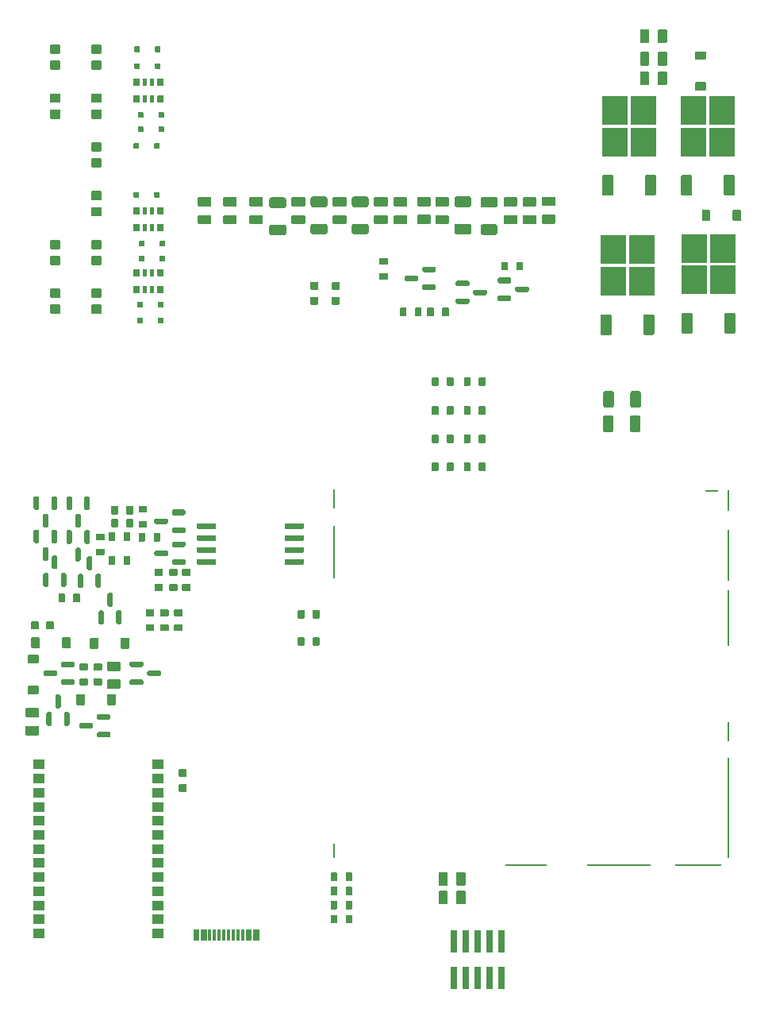
<source format=gtp>
G04 #@! TF.GenerationSoftware,KiCad,Pcbnew,7.0.1*
G04 #@! TF.CreationDate,2023-06-10T23:12:43+03:00*
G04 #@! TF.ProjectId,alphax_2ch,616c7068-6178-45f3-9263-682e6b696361,E*
G04 #@! TF.SameCoordinates,PX141f5e0PYa2cace0*
G04 #@! TF.FileFunction,Paste,Top*
G04 #@! TF.FilePolarity,Positive*
%FSLAX46Y46*%
G04 Gerber Fmt 4.6, Leading zero omitted, Abs format (unit mm)*
G04 Created by KiCad (PCBNEW 7.0.1) date 2023-06-10 23:12:43*
%MOMM*%
%LPD*%
G01*
G04 APERTURE LIST*
%ADD10R,0.300000X1.150000*%
%ADD11O,0.000001X0.000001*%
%ADD12R,2.750000X3.050000*%
%ADD13R,1.300000X1.000000*%
%ADD14R,0.200000X2.300000*%
%ADD15R,0.200000X10.700000*%
%ADD16R,0.200000X2.100000*%
%ADD17R,0.200000X6.000000*%
%ADD18R,0.200000X5.400000*%
%ADD19R,1.400000X0.200000*%
%ADD20R,5.000000X0.200000*%
%ADD21R,6.800000X0.200000*%
%ADD22R,4.500000X0.200000*%
%ADD23R,0.200000X1.600000*%
%ADD24R,0.200000X5.700000*%
%ADD25R,0.200000X2.000000*%
%ADD26R,0.740000X2.400000*%
G04 APERTURE END LIST*
G04 #@! TO.C,R8*
G36*
G01*
X50461417Y83351578D02*
X49211417Y83351578D01*
G75*
G02*
X49111417Y83451578I0J100000D01*
G01*
X49111417Y84251578D01*
G75*
G02*
X49211417Y84351578I100000J0D01*
G01*
X50461417Y84351578D01*
G75*
G02*
X50561417Y84251578I0J-100000D01*
G01*
X50561417Y83451578D01*
G75*
G02*
X50461417Y83351578I-100000J0D01*
G01*
G37*
G36*
G01*
X50461417Y85251600D02*
X49211417Y85251600D01*
G75*
G02*
X49111417Y85351600I0J100000D01*
G01*
X49111417Y86151600D01*
G75*
G02*
X49211417Y86251600I100000J0D01*
G01*
X50461417Y86251600D01*
G75*
G02*
X50561417Y86151600I0J-100000D01*
G01*
X50561417Y85351600D01*
G75*
G02*
X50461417Y85251600I-100000J0D01*
G01*
G37*
G04 #@! TD*
G04 #@! TO.C,R69*
G36*
G01*
X17510000Y53350000D02*
X18290000Y53350000D01*
G75*
G02*
X18360000Y53280000I0J-70000D01*
G01*
X18360000Y52720000D01*
G75*
G02*
X18290000Y52650000I-70000J0D01*
G01*
X17510000Y52650000D01*
G75*
G02*
X17440000Y52720000I0J70000D01*
G01*
X17440000Y53280000D01*
G75*
G02*
X17510000Y53350000I70000J0D01*
G01*
G37*
G36*
G01*
X17510000Y51750000D02*
X18290000Y51750000D01*
G75*
G02*
X18360000Y51680000I0J-70000D01*
G01*
X18360000Y51120000D01*
G75*
G02*
X18290000Y51050000I-70000J0D01*
G01*
X17510000Y51050000D01*
G75*
G02*
X17440000Y51120000I0J70000D01*
G01*
X17440000Y51680000D01*
G75*
G02*
X17510000Y51750000I70000J0D01*
G01*
G37*
G04 #@! TD*
G04 #@! TO.C,R2*
G36*
G01*
X16900000Y76065000D02*
X16900000Y76735000D01*
G75*
G02*
X16965000Y76800000I65000J0D01*
G01*
X17485000Y76800000D01*
G75*
G02*
X17550000Y76735000I0J-65000D01*
G01*
X17550000Y76065000D01*
G75*
G02*
X17485000Y76000000I-65000J0D01*
G01*
X16965000Y76000000D01*
G75*
G02*
X16900000Y76065000I0J65000D01*
G01*
G37*
G36*
G01*
X17875000Y76045000D02*
X17875000Y76755000D01*
G75*
G02*
X17920000Y76800000I45000J0D01*
G01*
X18280000Y76800000D01*
G75*
G02*
X18325000Y76755000I0J-45000D01*
G01*
X18325000Y76045000D01*
G75*
G02*
X18280000Y76000000I-45000J0D01*
G01*
X17920000Y76000000D01*
G75*
G02*
X17875000Y76045000I0J45000D01*
G01*
G37*
G36*
G01*
X18675000Y76045000D02*
X18675000Y76755000D01*
G75*
G02*
X18720000Y76800000I45000J0D01*
G01*
X19080000Y76800000D01*
G75*
G02*
X19125000Y76755000I0J-45000D01*
G01*
X19125000Y76045000D01*
G75*
G02*
X19080000Y76000000I-45000J0D01*
G01*
X18720000Y76000000D01*
G75*
G02*
X18675000Y76045000I0J45000D01*
G01*
G37*
G36*
G01*
X19450000Y76065000D02*
X19450000Y76735000D01*
G75*
G02*
X19515000Y76800000I65000J0D01*
G01*
X20035000Y76800000D01*
G75*
G02*
X20100000Y76735000I0J-65000D01*
G01*
X20100000Y76065000D01*
G75*
G02*
X20035000Y76000000I-65000J0D01*
G01*
X19515000Y76000000D01*
G75*
G02*
X19450000Y76065000I0J65000D01*
G01*
G37*
G36*
G01*
X19450000Y77865000D02*
X19450000Y78535000D01*
G75*
G02*
X19515000Y78600000I65000J0D01*
G01*
X20035000Y78600000D01*
G75*
G02*
X20100000Y78535000I0J-65000D01*
G01*
X20100000Y77865000D01*
G75*
G02*
X20035000Y77800000I-65000J0D01*
G01*
X19515000Y77800000D01*
G75*
G02*
X19450000Y77865000I0J65000D01*
G01*
G37*
G36*
G01*
X18675000Y77845000D02*
X18675000Y78555000D01*
G75*
G02*
X18720000Y78600000I45000J0D01*
G01*
X19080000Y78600000D01*
G75*
G02*
X19125000Y78555000I0J-45000D01*
G01*
X19125000Y77845000D01*
G75*
G02*
X19080000Y77800000I-45000J0D01*
G01*
X18720000Y77800000D01*
G75*
G02*
X18675000Y77845000I0J45000D01*
G01*
G37*
G36*
G01*
X17875000Y77845000D02*
X17875000Y78555000D01*
G75*
G02*
X17920000Y78600000I45000J0D01*
G01*
X18280000Y78600000D01*
G75*
G02*
X18325000Y78555000I0J-45000D01*
G01*
X18325000Y77845000D01*
G75*
G02*
X18280000Y77800000I-45000J0D01*
G01*
X17920000Y77800000D01*
G75*
G02*
X17875000Y77845000I0J45000D01*
G01*
G37*
G36*
G01*
X16900000Y77865000D02*
X16900000Y78535000D01*
G75*
G02*
X16965000Y78600000I65000J0D01*
G01*
X17485000Y78600000D01*
G75*
G02*
X17550000Y78535000I0J-65000D01*
G01*
X17550000Y77865000D01*
G75*
G02*
X17485000Y77800000I-65000J0D01*
G01*
X16965000Y77800000D01*
G75*
G02*
X16900000Y77865000I0J65000D01*
G01*
G37*
G04 #@! TD*
G04 #@! TO.C,R56*
G36*
G01*
X50550000Y74390000D02*
X50550000Y73610000D01*
G75*
G02*
X50480000Y73540000I-70000J0D01*
G01*
X49920000Y73540000D01*
G75*
G02*
X49850000Y73610000I0J70000D01*
G01*
X49850000Y74390000D01*
G75*
G02*
X49920000Y74460000I70000J0D01*
G01*
X50480000Y74460000D01*
G75*
G02*
X50550000Y74390000I0J-70000D01*
G01*
G37*
G36*
G01*
X48950000Y74390000D02*
X48950000Y73610000D01*
G75*
G02*
X48880000Y73540000I-70000J0D01*
G01*
X48320000Y73540000D01*
G75*
G02*
X48250000Y73610000I0J70000D01*
G01*
X48250000Y74390000D01*
G75*
G02*
X48320000Y74460000I70000J0D01*
G01*
X48880000Y74460000D01*
G75*
G02*
X48950000Y74390000I0J-70000D01*
G01*
G37*
G04 #@! TD*
G04 #@! TO.C,R38*
G36*
G01*
X52150000Y66210000D02*
X52150000Y66990000D01*
G75*
G02*
X52220000Y67060000I70000J0D01*
G01*
X52780000Y67060000D01*
G75*
G02*
X52850000Y66990000I0J-70000D01*
G01*
X52850000Y66210000D01*
G75*
G02*
X52780000Y66140000I-70000J0D01*
G01*
X52220000Y66140000D01*
G75*
G02*
X52150000Y66210000I0J70000D01*
G01*
G37*
G36*
G01*
X53750000Y66210000D02*
X53750000Y66990000D01*
G75*
G02*
X53820000Y67060000I70000J0D01*
G01*
X54380000Y67060000D01*
G75*
G02*
X54450000Y66990000I0J-70000D01*
G01*
X54450000Y66210000D01*
G75*
G02*
X54380000Y66140000I-70000J0D01*
G01*
X53820000Y66140000D01*
G75*
G02*
X53750000Y66210000I0J70000D01*
G01*
G37*
G04 #@! TD*
G04 #@! TO.C,C3*
G36*
G01*
X22500000Y22864999D02*
X21820000Y22864999D01*
G75*
G02*
X21735000Y22949999I0J85000D01*
G01*
X21735000Y23629999D01*
G75*
G02*
X21820000Y23714999I85000J0D01*
G01*
X22500000Y23714999D01*
G75*
G02*
X22585000Y23629999I0J-85000D01*
G01*
X22585000Y22949999D01*
G75*
G02*
X22500000Y22864999I-85000J0D01*
G01*
G37*
G36*
G01*
X22500000Y24445001D02*
X21820000Y24445001D01*
G75*
G02*
X21735000Y24530001I0J85000D01*
G01*
X21735000Y25210001D01*
G75*
G02*
X21820000Y25295001I85000J0D01*
G01*
X22500000Y25295001D01*
G75*
G02*
X22585000Y25210001I0J-85000D01*
G01*
X22585000Y24530001D01*
G75*
G02*
X22500000Y24445001I-85000J0D01*
G01*
G37*
G04 #@! TD*
G04 #@! TO.C,R9*
G36*
G01*
X48507571Y83373048D02*
X47257571Y83373048D01*
G75*
G02*
X47157571Y83473048I0J100000D01*
G01*
X47157571Y84273048D01*
G75*
G02*
X47257571Y84373048I100000J0D01*
G01*
X48507571Y84373048D01*
G75*
G02*
X48607571Y84273048I0J-100000D01*
G01*
X48607571Y83473048D01*
G75*
G02*
X48507571Y83373048I-100000J0D01*
G01*
G37*
G36*
G01*
X48507571Y85273070D02*
X47257571Y85273070D01*
G75*
G02*
X47157571Y85373070I0J100000D01*
G01*
X47157571Y86173070D01*
G75*
G02*
X47257571Y86273070I100000J0D01*
G01*
X48507571Y86273070D01*
G75*
G02*
X48607571Y86173070I0J-100000D01*
G01*
X48607571Y85373070D01*
G75*
G02*
X48507571Y85273070I-100000J0D01*
G01*
G37*
G04 #@! TD*
G04 #@! TO.C,F7*
G36*
G01*
X67894990Y61200000D02*
X67204990Y61200000D01*
G75*
G02*
X66974990Y61430000I0J230000D01*
G01*
X66974990Y62770000D01*
G75*
G02*
X67204990Y63000000I230000J0D01*
G01*
X67894990Y63000000D01*
G75*
G02*
X68124990Y62770000I0J-230000D01*
G01*
X68124990Y61430000D01*
G75*
G02*
X67894990Y61200000I-230000J0D01*
G01*
G37*
G36*
G01*
X70795010Y61200000D02*
X70105010Y61200000D01*
G75*
G02*
X69875010Y61430000I0J230000D01*
G01*
X69875010Y62770000D01*
G75*
G02*
X70105010Y63000000I230000J0D01*
G01*
X70795010Y63000000D01*
G75*
G02*
X71025010Y62770000I0J-230000D01*
G01*
X71025010Y61430000D01*
G75*
G02*
X70795010Y61200000I-230000J0D01*
G01*
G37*
G04 #@! TD*
G04 #@! TO.C,Q3*
G36*
G01*
X14465000Y29110000D02*
X14465000Y28810000D01*
G75*
G02*
X14315000Y28660000I-150000J0D01*
G01*
X13140000Y28660000D01*
G75*
G02*
X12990000Y28810000I0J150000D01*
G01*
X12990000Y29110000D01*
G75*
G02*
X13140000Y29260000I150000J0D01*
G01*
X14315000Y29260000D01*
G75*
G02*
X14465000Y29110000I0J-150000D01*
G01*
G37*
G36*
G01*
X12590000Y30060000D02*
X12590000Y29760000D01*
G75*
G02*
X12440000Y29610000I-150000J0D01*
G01*
X11265000Y29610000D01*
G75*
G02*
X11115000Y29760000I0J150000D01*
G01*
X11115000Y30060000D01*
G75*
G02*
X11265000Y30210000I150000J0D01*
G01*
X12440000Y30210000D01*
G75*
G02*
X12590000Y30060000I0J-150000D01*
G01*
G37*
G36*
G01*
X14465000Y31010000D02*
X14465000Y30710000D01*
G75*
G02*
X14315000Y30560000I-150000J0D01*
G01*
X13140000Y30560000D01*
G75*
G02*
X12990000Y30710000I0J150000D01*
G01*
X12990000Y31010000D01*
G75*
G02*
X13140000Y31160000I150000J0D01*
G01*
X14315000Y31160000D01*
G75*
G02*
X14465000Y31010000I0J-150000D01*
G01*
G37*
G04 #@! TD*
G04 #@! TO.C,F4*
G36*
G01*
X35800000Y85405010D02*
X35800000Y86095010D01*
G75*
G02*
X36030000Y86325010I230000J0D01*
G01*
X37370000Y86325010D01*
G75*
G02*
X37600000Y86095010I0J-230000D01*
G01*
X37600000Y85405010D01*
G75*
G02*
X37370000Y85175010I-230000J0D01*
G01*
X36030000Y85175010D01*
G75*
G02*
X35800000Y85405010I0J230000D01*
G01*
G37*
G36*
G01*
X35800000Y82504990D02*
X35800000Y83194990D01*
G75*
G02*
X36030000Y83424990I230000J0D01*
G01*
X37370000Y83424990D01*
G75*
G02*
X37600000Y83194990I0J-230000D01*
G01*
X37600000Y82504990D01*
G75*
G02*
X37370000Y82274990I-230000J0D01*
G01*
X36030000Y82274990D01*
G75*
G02*
X35800000Y82504990I0J230000D01*
G01*
G37*
G04 #@! TD*
G04 #@! TO.C,Q13*
G36*
G01*
X49175000Y76800000D02*
X49175000Y76500000D01*
G75*
G02*
X49025000Y76350000I-150000J0D01*
G01*
X47850000Y76350000D01*
G75*
G02*
X47700000Y76500000I0J150000D01*
G01*
X47700000Y76800000D01*
G75*
G02*
X47850000Y76950000I150000J0D01*
G01*
X49025000Y76950000D01*
G75*
G02*
X49175000Y76800000I0J-150000D01*
G01*
G37*
G36*
G01*
X47300000Y77750000D02*
X47300000Y77450000D01*
G75*
G02*
X47150000Y77300000I-150000J0D01*
G01*
X45975000Y77300000D01*
G75*
G02*
X45825000Y77450000I0J150000D01*
G01*
X45825000Y77750000D01*
G75*
G02*
X45975000Y77900000I150000J0D01*
G01*
X47150000Y77900000D01*
G75*
G02*
X47300000Y77750000I0J-150000D01*
G01*
G37*
G36*
G01*
X49175000Y78700000D02*
X49175000Y78400000D01*
G75*
G02*
X49025000Y78250000I-150000J0D01*
G01*
X47850000Y78250000D01*
G75*
G02*
X47700000Y78400000I0J150000D01*
G01*
X47700000Y78700000D01*
G75*
G02*
X47850000Y78850000I150000J0D01*
G01*
X49025000Y78850000D01*
G75*
G02*
X49175000Y78700000I0J-150000D01*
G01*
G37*
G04 #@! TD*
G04 #@! TO.C,D1*
G36*
G01*
X17561499Y80000000D02*
X18041499Y80000000D01*
G75*
G02*
X18101499Y79940000I0J-60000D01*
G01*
X18101499Y79460000D01*
G75*
G02*
X18041499Y79400000I-60000J0D01*
G01*
X17561499Y79400000D01*
G75*
G02*
X17501499Y79460000I0J60000D01*
G01*
X17501499Y79940000D01*
G75*
G02*
X17561499Y80000000I60000J0D01*
G01*
G37*
G36*
G01*
X19761499Y80000000D02*
X20241499Y80000000D01*
G75*
G02*
X20301499Y79940000I0J-60000D01*
G01*
X20301499Y79460000D01*
G75*
G02*
X20241499Y79400000I-60000J0D01*
G01*
X19761499Y79400000D01*
G75*
G02*
X19701499Y79460000I0J60000D01*
G01*
X19701499Y79940000D01*
G75*
G02*
X19761499Y80000000I60000J0D01*
G01*
G37*
G04 #@! TD*
G04 #@! TO.C,D15*
G36*
G01*
X13399998Y84200001D02*
X12499998Y84200001D01*
G75*
G02*
X12399998Y84300001I0J100000D01*
G01*
X12399998Y85100001D01*
G75*
G02*
X12499998Y85200001I100000J0D01*
G01*
X13399998Y85200001D01*
G75*
G02*
X13499998Y85100001I0J-100000D01*
G01*
X13499998Y84300001D01*
G75*
G02*
X13399998Y84200001I-100000J0D01*
G01*
G37*
G36*
G01*
X13399998Y85900001D02*
X12499998Y85900001D01*
G75*
G02*
X12399998Y86000001I0J100000D01*
G01*
X12399998Y86800001D01*
G75*
G02*
X12499998Y86900001I100000J0D01*
G01*
X13399998Y86900001D01*
G75*
G02*
X13499998Y86800001I0J-100000D01*
G01*
X13499998Y86000001D01*
G75*
G02*
X13399998Y85900001I-100000J0D01*
G01*
G37*
G04 #@! TD*
G04 #@! TO.C,R52*
G36*
G01*
X37950000Y13410000D02*
X37950000Y14190000D01*
G75*
G02*
X38020000Y14260000I70000J0D01*
G01*
X38580000Y14260000D01*
G75*
G02*
X38650000Y14190000I0J-70000D01*
G01*
X38650000Y13410000D01*
G75*
G02*
X38580000Y13340000I-70000J0D01*
G01*
X38020000Y13340000D01*
G75*
G02*
X37950000Y13410000I0J70000D01*
G01*
G37*
G36*
G01*
X39550000Y13410000D02*
X39550000Y14190000D01*
G75*
G02*
X39620000Y14260000I70000J0D01*
G01*
X40180000Y14260000D01*
G75*
G02*
X40250000Y14190000I0J-70000D01*
G01*
X40250000Y13410000D01*
G75*
G02*
X40180000Y13340000I-70000J0D01*
G01*
X39620000Y13340000D01*
G75*
G02*
X39550000Y13410000I0J70000D01*
G01*
G37*
G04 #@! TD*
G04 #@! TO.C,D6*
G36*
G01*
X17058502Y102312502D02*
X17538502Y102312502D01*
G75*
G02*
X17598502Y102252502I0J-60000D01*
G01*
X17598502Y101772502D01*
G75*
G02*
X17538502Y101712502I-60000J0D01*
G01*
X17058502Y101712502D01*
G75*
G02*
X16998502Y101772502I0J60000D01*
G01*
X16998502Y102252502D01*
G75*
G02*
X17058502Y102312502I60000J0D01*
G01*
G37*
G36*
G01*
X19258502Y102312502D02*
X19738502Y102312502D01*
G75*
G02*
X19798502Y102252502I0J-60000D01*
G01*
X19798502Y101772502D01*
G75*
G02*
X19738502Y101712502I-60000J0D01*
G01*
X19258502Y101712502D01*
G75*
G02*
X19198502Y101772502I0J60000D01*
G01*
X19198502Y102252502D01*
G75*
G02*
X19258502Y102312502I60000J0D01*
G01*
G37*
G04 #@! TD*
D10*
G04 #@! TO.C,J6*
X23450000Y7585000D03*
X24250000Y7585000D03*
X25550000Y7585000D03*
X26550000Y7585000D03*
X27050000Y7585000D03*
X28050000Y7585000D03*
X29350000Y7585000D03*
X30150000Y7585000D03*
X29850000Y7585000D03*
X29050000Y7585000D03*
X28550000Y7585000D03*
X27550000Y7585000D03*
X26050000Y7585000D03*
X25050000Y7585000D03*
X24550000Y7585000D03*
X23750000Y7585000D03*
G04 #@! TD*
G04 #@! TO.C,Q1*
G36*
G01*
X10637500Y34700000D02*
X10637500Y34400000D01*
G75*
G02*
X10487500Y34250000I-150000J0D01*
G01*
X9312500Y34250000D01*
G75*
G02*
X9162500Y34400000I0J150000D01*
G01*
X9162500Y34700000D01*
G75*
G02*
X9312500Y34850000I150000J0D01*
G01*
X10487500Y34850000D01*
G75*
G02*
X10637500Y34700000I0J-150000D01*
G01*
G37*
G36*
G01*
X8762500Y35650000D02*
X8762500Y35350000D01*
G75*
G02*
X8612500Y35200000I-150000J0D01*
G01*
X7437500Y35200000D01*
G75*
G02*
X7287500Y35350000I0J150000D01*
G01*
X7287500Y35650000D01*
G75*
G02*
X7437500Y35800000I150000J0D01*
G01*
X8612500Y35800000D01*
G75*
G02*
X8762500Y35650000I0J-150000D01*
G01*
G37*
G36*
G01*
X10637500Y36600000D02*
X10637500Y36300000D01*
G75*
G02*
X10487500Y36150000I-150000J0D01*
G01*
X9312500Y36150000D01*
G75*
G02*
X9162500Y36300000I0J150000D01*
G01*
X9162500Y36600000D01*
G75*
G02*
X9312500Y36750000I150000J0D01*
G01*
X10487500Y36750000D01*
G75*
G02*
X10637500Y36600000I0J-150000D01*
G01*
G37*
G04 #@! TD*
G04 #@! TO.C,D12*
G36*
G01*
X13399998Y79000001D02*
X12499998Y79000001D01*
G75*
G02*
X12399998Y79100001I0J100000D01*
G01*
X12399998Y79900001D01*
G75*
G02*
X12499998Y80000001I100000J0D01*
G01*
X13399998Y80000001D01*
G75*
G02*
X13499998Y79900001I0J-100000D01*
G01*
X13499998Y79100001D01*
G75*
G02*
X13399998Y79000001I-100000J0D01*
G01*
G37*
G36*
G01*
X13399998Y80700001D02*
X12499998Y80700001D01*
G75*
G02*
X12399998Y80800001I0J100000D01*
G01*
X12399998Y81600001D01*
G75*
G02*
X12499998Y81700001I100000J0D01*
G01*
X13399998Y81700001D01*
G75*
G02*
X13499998Y81600001I0J-100000D01*
G01*
X13499998Y80800001D01*
G75*
G02*
X13399998Y80700001I-100000J0D01*
G01*
G37*
G04 #@! TD*
G04 #@! TO.C,D22*
G36*
G01*
X17060000Y100500000D02*
X17540000Y100500000D01*
G75*
G02*
X17600000Y100440000I0J-60000D01*
G01*
X17600000Y99960000D01*
G75*
G02*
X17540000Y99900000I-60000J0D01*
G01*
X17060000Y99900000D01*
G75*
G02*
X17000000Y99960000I0J60000D01*
G01*
X17000000Y100440000D01*
G75*
G02*
X17060000Y100500000I60000J0D01*
G01*
G37*
G36*
G01*
X19260000Y100500000D02*
X19740000Y100500000D01*
G75*
G02*
X19800000Y100440000I0J-60000D01*
G01*
X19800000Y99960000D01*
G75*
G02*
X19740000Y99900000I-60000J0D01*
G01*
X19260000Y99900000D01*
G75*
G02*
X19200000Y99960000I0J60000D01*
G01*
X19200000Y100440000D01*
G75*
G02*
X19260000Y100500000I60000J0D01*
G01*
G37*
G04 #@! TD*
G04 #@! TO.C,R32*
G36*
G01*
X58450000Y79290000D02*
X58450000Y78510000D01*
G75*
G02*
X58380000Y78440000I-70000J0D01*
G01*
X57820000Y78440000D01*
G75*
G02*
X57750000Y78510000I0J70000D01*
G01*
X57750000Y79290000D01*
G75*
G02*
X57820000Y79360000I70000J0D01*
G01*
X58380000Y79360000D01*
G75*
G02*
X58450000Y79290000I0J-70000D01*
G01*
G37*
G36*
G01*
X56850000Y79290000D02*
X56850000Y78510000D01*
G75*
G02*
X56780000Y78440000I-70000J0D01*
G01*
X56220000Y78440000D01*
G75*
G02*
X56150000Y78510000I0J70000D01*
G01*
X56150000Y79290000D01*
G75*
G02*
X56220000Y79360000I70000J0D01*
G01*
X56780000Y79360000D01*
G75*
G02*
X56850000Y79290000I0J-70000D01*
G01*
G37*
G04 #@! TD*
G04 #@! TO.C,D11*
G36*
G01*
X13399998Y94600001D02*
X12499998Y94600001D01*
G75*
G02*
X12399998Y94700001I0J100000D01*
G01*
X12399998Y95500001D01*
G75*
G02*
X12499998Y95600001I100000J0D01*
G01*
X13399998Y95600001D01*
G75*
G02*
X13499998Y95500001I0J-100000D01*
G01*
X13499998Y94700001D01*
G75*
G02*
X13399998Y94600001I-100000J0D01*
G01*
G37*
G36*
G01*
X13399998Y96300001D02*
X12499998Y96300001D01*
G75*
G02*
X12399998Y96400001I0J100000D01*
G01*
X12399998Y97200001D01*
G75*
G02*
X12499998Y97300001I100000J0D01*
G01*
X13399998Y97300001D01*
G75*
G02*
X13499998Y97200001I0J-100000D01*
G01*
X13499998Y96400001D01*
G75*
G02*
X13399998Y96300001I-100000J0D01*
G01*
G37*
G04 #@! TD*
G04 #@! TO.C,R11*
G36*
G01*
X25125000Y83349999D02*
X23875000Y83349999D01*
G75*
G02*
X23775000Y83449999I0J100000D01*
G01*
X23775000Y84249999D01*
G75*
G02*
X23875000Y84349999I100000J0D01*
G01*
X25125000Y84349999D01*
G75*
G02*
X25225000Y84249999I0J-100000D01*
G01*
X25225000Y83449999D01*
G75*
G02*
X25125000Y83349999I-100000J0D01*
G01*
G37*
G36*
G01*
X25125000Y85250021D02*
X23875000Y85250021D01*
G75*
G02*
X23775000Y85350021I0J100000D01*
G01*
X23775000Y86150021D01*
G75*
G02*
X23875000Y86250021I100000J0D01*
G01*
X25125000Y86250021D01*
G75*
G02*
X25225000Y86150021I0J-100000D01*
G01*
X25225000Y85350021D01*
G75*
G02*
X25125000Y85250021I-100000J0D01*
G01*
G37*
G04 #@! TD*
G04 #@! TO.C,R6*
G36*
G01*
X73850001Y104025000D02*
X73850001Y102775000D01*
G75*
G02*
X73750001Y102675000I-100000J0D01*
G01*
X72950001Y102675000D01*
G75*
G02*
X72850001Y102775000I0J100000D01*
G01*
X72850001Y104025000D01*
G75*
G02*
X72950001Y104125000I100000J0D01*
G01*
X73750001Y104125000D01*
G75*
G02*
X73850001Y104025000I0J-100000D01*
G01*
G37*
G36*
G01*
X71949979Y104025000D02*
X71949979Y102775000D01*
G75*
G02*
X71849979Y102675000I-100000J0D01*
G01*
X71049979Y102675000D01*
G75*
G02*
X70949979Y102775000I0J100000D01*
G01*
X70949979Y104025000D01*
G75*
G02*
X71049979Y104125000I100000J0D01*
G01*
X71849979Y104125000D01*
G75*
G02*
X71949979Y104025000I0J-100000D01*
G01*
G37*
G04 #@! TD*
G04 #@! TO.C,R39*
G36*
G01*
X52150000Y63110000D02*
X52150000Y63890000D01*
G75*
G02*
X52220000Y63960000I70000J0D01*
G01*
X52780000Y63960000D01*
G75*
G02*
X52850000Y63890000I0J-70000D01*
G01*
X52850000Y63110000D01*
G75*
G02*
X52780000Y63040000I-70000J0D01*
G01*
X52220000Y63040000D01*
G75*
G02*
X52150000Y63110000I0J70000D01*
G01*
G37*
G36*
G01*
X53750000Y63110000D02*
X53750000Y63890000D01*
G75*
G02*
X53820000Y63960000I70000J0D01*
G01*
X54380000Y63960000D01*
G75*
G02*
X54450000Y63890000I0J-70000D01*
G01*
X54450000Y63110000D01*
G75*
G02*
X54380000Y63040000I-70000J0D01*
G01*
X53820000Y63040000D01*
G75*
G02*
X53750000Y63110000I0J70000D01*
G01*
G37*
G04 #@! TD*
G04 #@! TO.C,R64*
G36*
G01*
X19210000Y46600000D02*
X19990000Y46600000D01*
G75*
G02*
X20060000Y46530000I0J-70000D01*
G01*
X20060000Y45970000D01*
G75*
G02*
X19990000Y45900000I-70000J0D01*
G01*
X19210000Y45900000D01*
G75*
G02*
X19140000Y45970000I0J70000D01*
G01*
X19140000Y46530000D01*
G75*
G02*
X19210000Y46600000I70000J0D01*
G01*
G37*
G36*
G01*
X19210000Y45000000D02*
X19990000Y45000000D01*
G75*
G02*
X20060000Y44930000I0J-70000D01*
G01*
X20060000Y44370000D01*
G75*
G02*
X19990000Y44300000I-70000J0D01*
G01*
X19210000Y44300000D01*
G75*
G02*
X19140000Y44370000I0J70000D01*
G01*
X19140000Y44930000D01*
G75*
G02*
X19210000Y45000000I70000J0D01*
G01*
G37*
G04 #@! TD*
G04 #@! TO.C,Q4*
G36*
G01*
X8300000Y54375000D02*
X8600000Y54375000D01*
G75*
G02*
X8750000Y54225000I0J-150000D01*
G01*
X8750000Y53050000D01*
G75*
G02*
X8600000Y52900000I-150000J0D01*
G01*
X8300000Y52900000D01*
G75*
G02*
X8150000Y53050000I0J150000D01*
G01*
X8150000Y54225000D01*
G75*
G02*
X8300000Y54375000I150000J0D01*
G01*
G37*
G36*
G01*
X7350000Y52500000D02*
X7650000Y52500000D01*
G75*
G02*
X7800000Y52350000I0J-150000D01*
G01*
X7800000Y51175000D01*
G75*
G02*
X7650000Y51025000I-150000J0D01*
G01*
X7350000Y51025000D01*
G75*
G02*
X7200000Y51175000I0J150000D01*
G01*
X7200000Y52350000D01*
G75*
G02*
X7350000Y52500000I150000J0D01*
G01*
G37*
G36*
G01*
X6400000Y54375000D02*
X6700000Y54375000D01*
G75*
G02*
X6850000Y54225000I0J-150000D01*
G01*
X6850000Y53050000D01*
G75*
G02*
X6700000Y52900000I-150000J0D01*
G01*
X6400000Y52900000D01*
G75*
G02*
X6250000Y53050000I0J150000D01*
G01*
X6250000Y54225000D01*
G75*
G02*
X6400000Y54375000I150000J0D01*
G01*
G37*
G04 #@! TD*
G04 #@! TO.C,R30*
G36*
G01*
X14550000Y51110000D02*
X14550000Y51890000D01*
G75*
G02*
X14620000Y51960000I70000J0D01*
G01*
X15180000Y51960000D01*
G75*
G02*
X15250000Y51890000I0J-70000D01*
G01*
X15250000Y51110000D01*
G75*
G02*
X15180000Y51040000I-70000J0D01*
G01*
X14620000Y51040000D01*
G75*
G02*
X14550000Y51110000I0J70000D01*
G01*
G37*
G36*
G01*
X16150000Y51110000D02*
X16150000Y51890000D01*
G75*
G02*
X16220000Y51960000I70000J0D01*
G01*
X16780000Y51960000D01*
G75*
G02*
X16850000Y51890000I0J-70000D01*
G01*
X16850000Y51110000D01*
G75*
G02*
X16780000Y51040000I-70000J0D01*
G01*
X16220000Y51040000D01*
G75*
G02*
X16150000Y51110000I0J70000D01*
G01*
G37*
G04 #@! TD*
G04 #@! TO.C,Q15*
G36*
G01*
X11800000Y54375000D02*
X12100000Y54375000D01*
G75*
G02*
X12250000Y54225000I0J-150000D01*
G01*
X12250000Y53050000D01*
G75*
G02*
X12100000Y52900000I-150000J0D01*
G01*
X11800000Y52900000D01*
G75*
G02*
X11650000Y53050000I0J150000D01*
G01*
X11650000Y54225000D01*
G75*
G02*
X11800000Y54375000I150000J0D01*
G01*
G37*
G36*
G01*
X10850000Y52500000D02*
X11150000Y52500000D01*
G75*
G02*
X11300000Y52350000I0J-150000D01*
G01*
X11300000Y51175000D01*
G75*
G02*
X11150000Y51025000I-150000J0D01*
G01*
X10850000Y51025000D01*
G75*
G02*
X10700000Y51175000I0J150000D01*
G01*
X10700000Y52350000D01*
G75*
G02*
X10850000Y52500000I150000J0D01*
G01*
G37*
G36*
G01*
X9900000Y54375000D02*
X10200000Y54375000D01*
G75*
G02*
X10350000Y54225000I0J-150000D01*
G01*
X10350000Y53050000D01*
G75*
G02*
X10200000Y52900000I-150000J0D01*
G01*
X9900000Y52900000D01*
G75*
G02*
X9750000Y53050000I0J150000D01*
G01*
X9750000Y54225000D01*
G75*
G02*
X9900000Y54375000I150000J0D01*
G01*
G37*
G04 #@! TD*
G04 #@! TO.C,R17*
G36*
G01*
X39525000Y83349999D02*
X38275000Y83349999D01*
G75*
G02*
X38175000Y83449999I0J100000D01*
G01*
X38175000Y84249999D01*
G75*
G02*
X38275000Y84349999I100000J0D01*
G01*
X39525000Y84349999D01*
G75*
G02*
X39625000Y84249999I0J-100000D01*
G01*
X39625000Y83449999D01*
G75*
G02*
X39525000Y83349999I-100000J0D01*
G01*
G37*
G36*
G01*
X39525000Y85250021D02*
X38275000Y85250021D01*
G75*
G02*
X38175000Y85350021I0J100000D01*
G01*
X38175000Y86150021D01*
G75*
G02*
X38275000Y86250021I100000J0D01*
G01*
X39525000Y86250021D01*
G75*
G02*
X39625000Y86150021I0J-100000D01*
G01*
X39625000Y85350021D01*
G75*
G02*
X39525000Y85250021I-100000J0D01*
G01*
G37*
G04 #@! TD*
G04 #@! TO.C,C6*
G36*
G01*
X8415001Y40940000D02*
X8415001Y40260000D01*
G75*
G02*
X8330001Y40175000I-85000J0D01*
G01*
X7650001Y40175000D01*
G75*
G02*
X7565001Y40260000I0J85000D01*
G01*
X7565001Y40940000D01*
G75*
G02*
X7650001Y41025000I85000J0D01*
G01*
X8330001Y41025000D01*
G75*
G02*
X8415001Y40940000I0J-85000D01*
G01*
G37*
G36*
G01*
X6834999Y40940000D02*
X6834999Y40260000D01*
G75*
G02*
X6749999Y40175000I-85000J0D01*
G01*
X6069999Y40175000D01*
G75*
G02*
X5984999Y40260000I0J85000D01*
G01*
X5984999Y40940000D01*
G75*
G02*
X6069999Y41025000I85000J0D01*
G01*
X6749999Y41025000D01*
G75*
G02*
X6834999Y40940000I0J-85000D01*
G01*
G37*
G04 #@! TD*
G04 #@! TO.C,R33*
G36*
G01*
X43990000Y77450000D02*
X43210000Y77450000D01*
G75*
G02*
X43140000Y77520000I0J70000D01*
G01*
X43140000Y78080000D01*
G75*
G02*
X43210000Y78150000I70000J0D01*
G01*
X43990000Y78150000D01*
G75*
G02*
X44060000Y78080000I0J-70000D01*
G01*
X44060000Y77520000D01*
G75*
G02*
X43990000Y77450000I-70000J0D01*
G01*
G37*
G36*
G01*
X43990000Y79050000D02*
X43210000Y79050000D01*
G75*
G02*
X43140000Y79120000I0J70000D01*
G01*
X43140000Y79680000D01*
G75*
G02*
X43210000Y79750000I70000J0D01*
G01*
X43990000Y79750000D01*
G75*
G02*
X44060000Y79680000I0J-70000D01*
G01*
X44060000Y79120000D01*
G75*
G02*
X43990000Y79050000I-70000J0D01*
G01*
G37*
G04 #@! TD*
D11*
G04 #@! TO.C,M8*
X68252501Y726666D03*
G04 #@! TD*
G04 #@! TO.C,R63*
G36*
G01*
X21310000Y42300000D02*
X22090000Y42300000D01*
G75*
G02*
X22160000Y42230000I0J-70000D01*
G01*
X22160000Y41670000D01*
G75*
G02*
X22090000Y41600000I-70000J0D01*
G01*
X21310000Y41600000D01*
G75*
G02*
X21240000Y41670000I0J70000D01*
G01*
X21240000Y42230000D01*
G75*
G02*
X21310000Y42300000I70000J0D01*
G01*
G37*
G36*
G01*
X21310000Y40700000D02*
X22090000Y40700000D01*
G75*
G02*
X22160000Y40630000I0J-70000D01*
G01*
X22160000Y40070000D01*
G75*
G02*
X22090000Y40000000I-70000J0D01*
G01*
X21310000Y40000000D01*
G75*
G02*
X21240000Y40070000I0J70000D01*
G01*
X21240000Y40630000D01*
G75*
G02*
X21310000Y40700000I70000J0D01*
G01*
G37*
G04 #@! TD*
G04 #@! TO.C,F6*
G36*
G01*
X67945000Y63800000D02*
X67255000Y63800000D01*
G75*
G02*
X67025000Y64030000I0J230000D01*
G01*
X67025000Y65370000D01*
G75*
G02*
X67255000Y65600000I230000J0D01*
G01*
X67945000Y65600000D01*
G75*
G02*
X68175000Y65370000I0J-230000D01*
G01*
X68175000Y64030000D01*
G75*
G02*
X67945000Y63800000I-230000J0D01*
G01*
G37*
G36*
G01*
X70845020Y63800000D02*
X70155020Y63800000D01*
G75*
G02*
X69925020Y64030000I0J230000D01*
G01*
X69925020Y65370000D01*
G75*
G02*
X70155020Y65600000I230000J0D01*
G01*
X70845020Y65600000D01*
G75*
G02*
X71075020Y65370000I0J-230000D01*
G01*
X71075020Y64030000D01*
G75*
G02*
X70845020Y63800000I-230000J0D01*
G01*
G37*
G04 #@! TD*
G04 #@! TO.C,D26*
G36*
G01*
X5690000Y37465000D02*
X6710000Y37465000D01*
G75*
G02*
X6800000Y37375000I0J-90000D01*
G01*
X6800000Y36655000D01*
G75*
G02*
X6710000Y36565000I-90000J0D01*
G01*
X5690000Y36565000D01*
G75*
G02*
X5600000Y36655000I0J90000D01*
G01*
X5600000Y37375000D01*
G75*
G02*
X5690000Y37465000I90000J0D01*
G01*
G37*
G36*
G01*
X5690000Y34165000D02*
X6710000Y34165000D01*
G75*
G02*
X6800000Y34075000I0J-90000D01*
G01*
X6800000Y33355000D01*
G75*
G02*
X6710000Y33265000I-90000J0D01*
G01*
X5690000Y33265000D01*
G75*
G02*
X5600000Y33355000I0J90000D01*
G01*
X5600000Y34075000D01*
G75*
G02*
X5690000Y34165000I90000J0D01*
G01*
G37*
G04 #@! TD*
G04 #@! TO.C,Q22*
G36*
G01*
X22475000Y50900000D02*
X22475000Y50600000D01*
G75*
G02*
X22325000Y50450000I-150000J0D01*
G01*
X21150000Y50450000D01*
G75*
G02*
X21000000Y50600000I0J150000D01*
G01*
X21000000Y50900000D01*
G75*
G02*
X21150000Y51050000I150000J0D01*
G01*
X22325000Y51050000D01*
G75*
G02*
X22475000Y50900000I0J-150000D01*
G01*
G37*
G36*
G01*
X20600000Y51850000D02*
X20600000Y51550000D01*
G75*
G02*
X20450000Y51400000I-150000J0D01*
G01*
X19275000Y51400000D01*
G75*
G02*
X19125000Y51550000I0J150000D01*
G01*
X19125000Y51850000D01*
G75*
G02*
X19275000Y52000000I150000J0D01*
G01*
X20450000Y52000000D01*
G75*
G02*
X20600000Y51850000I0J-150000D01*
G01*
G37*
G36*
G01*
X22475000Y52800000D02*
X22475000Y52500000D01*
G75*
G02*
X22325000Y52350000I-150000J0D01*
G01*
X21150000Y52350000D01*
G75*
G02*
X21000000Y52500000I0J150000D01*
G01*
X21000000Y52800000D01*
G75*
G02*
X21150000Y52950000I150000J0D01*
G01*
X22325000Y52950000D01*
G75*
G02*
X22475000Y52800000I0J-150000D01*
G01*
G37*
G04 #@! TD*
G04 #@! TO.C,R16*
G36*
G01*
X46025000Y83349999D02*
X44775000Y83349999D01*
G75*
G02*
X44675000Y83449999I0J100000D01*
G01*
X44675000Y84249999D01*
G75*
G02*
X44775000Y84349999I100000J0D01*
G01*
X46025000Y84349999D01*
G75*
G02*
X46125000Y84249999I0J-100000D01*
G01*
X46125000Y83449999D01*
G75*
G02*
X46025000Y83349999I-100000J0D01*
G01*
G37*
G36*
G01*
X46025000Y85250021D02*
X44775000Y85250021D01*
G75*
G02*
X44675000Y85350021I0J100000D01*
G01*
X44675000Y86150021D01*
G75*
G02*
X44775000Y86250021I100000J0D01*
G01*
X46025000Y86250021D01*
G75*
G02*
X46125000Y86150021I0J-100000D01*
G01*
X46125000Y85350021D01*
G75*
G02*
X46025000Y85250021I-100000J0D01*
G01*
G37*
G04 #@! TD*
G04 #@! TO.C,R45*
G36*
G01*
X48750000Y60110000D02*
X48750000Y60890000D01*
G75*
G02*
X48820000Y60960000I70000J0D01*
G01*
X49380000Y60960000D01*
G75*
G02*
X49450000Y60890000I0J-70000D01*
G01*
X49450000Y60110000D01*
G75*
G02*
X49380000Y60040000I-70000J0D01*
G01*
X48820000Y60040000D01*
G75*
G02*
X48750000Y60110000I0J70000D01*
G01*
G37*
G36*
G01*
X50350000Y60110000D02*
X50350000Y60890000D01*
G75*
G02*
X50420000Y60960000I70000J0D01*
G01*
X50980000Y60960000D01*
G75*
G02*
X51050000Y60890000I0J-70000D01*
G01*
X51050000Y60110000D01*
G75*
G02*
X50980000Y60040000I-70000J0D01*
G01*
X50420000Y60040000D01*
G75*
G02*
X50350000Y60110000I0J70000D01*
G01*
G37*
G04 #@! TD*
G04 #@! TO.C,D9*
G36*
G01*
X8999998Y79000001D02*
X8099998Y79000001D01*
G75*
G02*
X7999998Y79100001I0J100000D01*
G01*
X7999998Y79900001D01*
G75*
G02*
X8099998Y80000001I100000J0D01*
G01*
X8999998Y80000001D01*
G75*
G02*
X9099998Y79900001I0J-100000D01*
G01*
X9099998Y79100001D01*
G75*
G02*
X8999998Y79000001I-100000J0D01*
G01*
G37*
G36*
G01*
X8999998Y80700001D02*
X8099998Y80700001D01*
G75*
G02*
X7999998Y80800001I0J100000D01*
G01*
X7999998Y81600001D01*
G75*
G02*
X8099998Y81700001I100000J0D01*
G01*
X8999998Y81700001D01*
G75*
G02*
X9099998Y81600001I0J-100000D01*
G01*
X9099998Y80800001D01*
G75*
G02*
X8999998Y80700001I-100000J0D01*
G01*
G37*
G04 #@! TD*
G04 #@! TO.C,R71*
G36*
G01*
X20760000Y46600000D02*
X21540000Y46600000D01*
G75*
G02*
X21610000Y46530000I0J-70000D01*
G01*
X21610000Y45970000D01*
G75*
G02*
X21540000Y45900000I-70000J0D01*
G01*
X20760000Y45900000D01*
G75*
G02*
X20690000Y45970000I0J70000D01*
G01*
X20690000Y46530000D01*
G75*
G02*
X20760000Y46600000I70000J0D01*
G01*
G37*
G36*
G01*
X20760000Y45000000D02*
X21540000Y45000000D01*
G75*
G02*
X21610000Y44930000I0J-70000D01*
G01*
X21610000Y44370000D01*
G75*
G02*
X21540000Y44300000I-70000J0D01*
G01*
X20760000Y44300000D01*
G75*
G02*
X20690000Y44370000I0J70000D01*
G01*
X20690000Y44930000D01*
G75*
G02*
X20760000Y45000000I70000J0D01*
G01*
G37*
G04 #@! TD*
G04 #@! TO.C,D8*
G36*
G01*
X19640000Y91406000D02*
X19160000Y91406000D01*
G75*
G02*
X19100000Y91466000I0J60000D01*
G01*
X19100000Y91946000D01*
G75*
G02*
X19160000Y92006000I60000J0D01*
G01*
X19640000Y92006000D01*
G75*
G02*
X19700000Y91946000I0J-60000D01*
G01*
X19700000Y91466000D01*
G75*
G02*
X19640000Y91406000I-60000J0D01*
G01*
G37*
G36*
G01*
X17440000Y91406000D02*
X16960000Y91406000D01*
G75*
G02*
X16900000Y91466000I0J60000D01*
G01*
X16900000Y91946000D01*
G75*
G02*
X16960000Y92006000I60000J0D01*
G01*
X17440000Y92006000D01*
G75*
G02*
X17500000Y91946000I0J-60000D01*
G01*
X17500000Y91466000D01*
G75*
G02*
X17440000Y91406000I-60000J0D01*
G01*
G37*
G04 #@! TD*
G04 #@! TO.C,D14*
G36*
G01*
X8999998Y99800001D02*
X8099998Y99800001D01*
G75*
G02*
X7999998Y99900001I0J100000D01*
G01*
X7999998Y100700001D01*
G75*
G02*
X8099998Y100800001I100000J0D01*
G01*
X8999998Y100800001D01*
G75*
G02*
X9099998Y100700001I0J-100000D01*
G01*
X9099998Y99900001D01*
G75*
G02*
X8999998Y99800001I-100000J0D01*
G01*
G37*
G36*
G01*
X8999998Y101500001D02*
X8099998Y101500001D01*
G75*
G02*
X7999998Y101600001I0J100000D01*
G01*
X7999998Y102400001D01*
G75*
G02*
X8099998Y102500001I100000J0D01*
G01*
X8999998Y102500001D01*
G75*
G02*
X9099998Y102400001I0J-100000D01*
G01*
X9099998Y101600001D01*
G75*
G02*
X8999998Y101500001I-100000J0D01*
G01*
G37*
G04 #@! TD*
G04 #@! TO.C,R47*
G36*
G01*
X16550000Y47915000D02*
X16550000Y47135000D01*
G75*
G02*
X16480000Y47065000I-70000J0D01*
G01*
X15920000Y47065000D01*
G75*
G02*
X15850000Y47135000I0J70000D01*
G01*
X15850000Y47915000D01*
G75*
G02*
X15920000Y47985000I70000J0D01*
G01*
X16480000Y47985000D01*
G75*
G02*
X16550000Y47915000I0J-70000D01*
G01*
G37*
G36*
G01*
X14950000Y47915000D02*
X14950000Y47135000D01*
G75*
G02*
X14880000Y47065000I-70000J0D01*
G01*
X14320000Y47065000D01*
G75*
G02*
X14250000Y47135000I0J70000D01*
G01*
X14250000Y47915000D01*
G75*
G02*
X14320000Y47985000I70000J0D01*
G01*
X14880000Y47985000D01*
G75*
G02*
X14950000Y47915000I0J-70000D01*
G01*
G37*
G04 #@! TD*
G04 #@! TO.C,Q14*
G36*
G01*
X51287500Y76900000D02*
X51287500Y77200000D01*
G75*
G02*
X51437500Y77350000I150000J0D01*
G01*
X52612500Y77350000D01*
G75*
G02*
X52762500Y77200000I0J-150000D01*
G01*
X52762500Y76900000D01*
G75*
G02*
X52612500Y76750000I-150000J0D01*
G01*
X51437500Y76750000D01*
G75*
G02*
X51287500Y76900000I0J150000D01*
G01*
G37*
G36*
G01*
X53162500Y75950000D02*
X53162500Y76250000D01*
G75*
G02*
X53312500Y76400000I150000J0D01*
G01*
X54487500Y76400000D01*
G75*
G02*
X54637500Y76250000I0J-150000D01*
G01*
X54637500Y75950000D01*
G75*
G02*
X54487500Y75800000I-150000J0D01*
G01*
X53312500Y75800000D01*
G75*
G02*
X53162500Y75950000I0J150000D01*
G01*
G37*
G36*
G01*
X51287500Y75000000D02*
X51287500Y75300000D01*
G75*
G02*
X51437500Y75450000I150000J0D01*
G01*
X52612500Y75450000D01*
G75*
G02*
X52762500Y75300000I0J-150000D01*
G01*
X52762500Y75000000D01*
G75*
G02*
X52612500Y74850000I-150000J0D01*
G01*
X51437500Y74850000D01*
G75*
G02*
X51287500Y75000000I0J150000D01*
G01*
G37*
G04 #@! TD*
G04 #@! TO.C,D16*
G36*
G01*
X13399998Y89400001D02*
X12499998Y89400001D01*
G75*
G02*
X12399998Y89500001I0J100000D01*
G01*
X12399998Y90300001D01*
G75*
G02*
X12499998Y90400001I100000J0D01*
G01*
X13399998Y90400001D01*
G75*
G02*
X13499998Y90300001I0J-100000D01*
G01*
X13499998Y89500001D01*
G75*
G02*
X13399998Y89400001I-100000J0D01*
G01*
G37*
G36*
G01*
X13399998Y91100001D02*
X12499998Y91100001D01*
G75*
G02*
X12399998Y91200001I0J100000D01*
G01*
X12399998Y92000001D01*
G75*
G02*
X12499998Y92100001I100000J0D01*
G01*
X13399998Y92100001D01*
G75*
G02*
X13499998Y92000001I0J-100000D01*
G01*
X13499998Y91200001D01*
G75*
G02*
X13399998Y91100001I-100000J0D01*
G01*
G37*
G04 #@! TD*
G04 #@! TO.C,R10*
G36*
G01*
X43925000Y83349999D02*
X42675000Y83349999D01*
G75*
G02*
X42575000Y83449999I0J100000D01*
G01*
X42575000Y84249999D01*
G75*
G02*
X42675000Y84349999I100000J0D01*
G01*
X43925000Y84349999D01*
G75*
G02*
X44025000Y84249999I0J-100000D01*
G01*
X44025000Y83449999D01*
G75*
G02*
X43925000Y83349999I-100000J0D01*
G01*
G37*
G36*
G01*
X43925000Y85250021D02*
X42675000Y85250021D01*
G75*
G02*
X42575000Y85350021I0J100000D01*
G01*
X42575000Y86150021D01*
G75*
G02*
X42675000Y86250021I100000J0D01*
G01*
X43925000Y86250021D01*
G75*
G02*
X44025000Y86150021I0J-100000D01*
G01*
X44025000Y85350021D01*
G75*
G02*
X43925000Y85250021I-100000J0D01*
G01*
G37*
G04 #@! TD*
G04 #@! TO.C,D19*
G36*
G01*
X77910000Y97600000D02*
X76890000Y97600000D01*
G75*
G02*
X76800000Y97690000I0J90000D01*
G01*
X76800000Y98410000D01*
G75*
G02*
X76890000Y98500000I90000J0D01*
G01*
X77910000Y98500000D01*
G75*
G02*
X78000000Y98410000I0J-90000D01*
G01*
X78000000Y97690000D01*
G75*
G02*
X77910000Y97600000I-90000J0D01*
G01*
G37*
G36*
G01*
X77910000Y100900000D02*
X76890000Y100900000D01*
G75*
G02*
X76800000Y100990000I0J90000D01*
G01*
X76800000Y101710000D01*
G75*
G02*
X76890000Y101800000I90000J0D01*
G01*
X77910000Y101800000D01*
G75*
G02*
X78000000Y101710000I0J-90000D01*
G01*
X78000000Y100990000D01*
G75*
G02*
X77910000Y100900000I-90000J0D01*
G01*
G37*
G04 #@! TD*
G04 #@! TO.C,D21*
G36*
G01*
X17438000Y93784000D02*
X17918000Y93784000D01*
G75*
G02*
X17978000Y93724000I0J-60000D01*
G01*
X17978000Y93244000D01*
G75*
G02*
X17918000Y93184000I-60000J0D01*
G01*
X17438000Y93184000D01*
G75*
G02*
X17378000Y93244000I0J60000D01*
G01*
X17378000Y93724000D01*
G75*
G02*
X17438000Y93784000I60000J0D01*
G01*
G37*
G36*
G01*
X19638000Y93784000D02*
X20118000Y93784000D01*
G75*
G02*
X20178000Y93724000I0J-60000D01*
G01*
X20178000Y93244000D01*
G75*
G02*
X20118000Y93184000I-60000J0D01*
G01*
X19638000Y93184000D01*
G75*
G02*
X19578000Y93244000I0J60000D01*
G01*
X19578000Y93724000D01*
G75*
G02*
X19638000Y93784000I60000J0D01*
G01*
G37*
G04 #@! TD*
G04 #@! TO.C,R42*
G36*
G01*
X52150000Y57110000D02*
X52150000Y57890000D01*
G75*
G02*
X52220000Y57960000I70000J0D01*
G01*
X52780000Y57960000D01*
G75*
G02*
X52850000Y57890000I0J-70000D01*
G01*
X52850000Y57110000D01*
G75*
G02*
X52780000Y57040000I-70000J0D01*
G01*
X52220000Y57040000D01*
G75*
G02*
X52150000Y57110000I0J70000D01*
G01*
G37*
G36*
G01*
X53750000Y57110000D02*
X53750000Y57890000D01*
G75*
G02*
X53820000Y57960000I70000J0D01*
G01*
X54380000Y57960000D01*
G75*
G02*
X54450000Y57890000I0J-70000D01*
G01*
X54450000Y57110000D01*
G75*
G02*
X54380000Y57040000I-70000J0D01*
G01*
X53820000Y57040000D01*
G75*
G02*
X53750000Y57110000I0J70000D01*
G01*
G37*
G04 #@! TD*
G04 #@! TO.C,R31*
G36*
G01*
X14175000Y36750001D02*
X15425000Y36750001D01*
G75*
G02*
X15525000Y36650001I0J-100000D01*
G01*
X15525000Y35850001D01*
G75*
G02*
X15425000Y35750001I-100000J0D01*
G01*
X14175000Y35750001D01*
G75*
G02*
X14075000Y35850001I0J100000D01*
G01*
X14075000Y36650001D01*
G75*
G02*
X14175000Y36750001I100000J0D01*
G01*
G37*
G36*
G01*
X14175000Y34849979D02*
X15425000Y34849979D01*
G75*
G02*
X15525000Y34749979I0J-100000D01*
G01*
X15525000Y33949979D01*
G75*
G02*
X15425000Y33849979I-100000J0D01*
G01*
X14175000Y33849979D01*
G75*
G02*
X14075000Y33949979I0J100000D01*
G01*
X14075000Y34749979D01*
G75*
G02*
X14175000Y34849979I100000J0D01*
G01*
G37*
G04 #@! TD*
G04 #@! TO.C,R55*
G36*
G01*
X47650000Y74390000D02*
X47650000Y73610000D01*
G75*
G02*
X47580000Y73540000I-70000J0D01*
G01*
X47020000Y73540000D01*
G75*
G02*
X46950000Y73610000I0J70000D01*
G01*
X46950000Y74390000D01*
G75*
G02*
X47020000Y74460000I70000J0D01*
G01*
X47580000Y74460000D01*
G75*
G02*
X47650000Y74390000I0J-70000D01*
G01*
G37*
G36*
G01*
X46050000Y74390000D02*
X46050000Y73610000D01*
G75*
G02*
X45980000Y73540000I-70000J0D01*
G01*
X45420000Y73540000D01*
G75*
G02*
X45350000Y73610000I0J70000D01*
G01*
X45350000Y74390000D01*
G75*
G02*
X45420000Y74460000I70000J0D01*
G01*
X45980000Y74460000D01*
G75*
G02*
X46050000Y74390000I0J-70000D01*
G01*
G37*
G04 #@! TD*
G04 #@! TO.C,Q17*
G36*
G01*
X11400000Y44625000D02*
X11100000Y44625000D01*
G75*
G02*
X10950000Y44775000I0J150000D01*
G01*
X10950000Y45950000D01*
G75*
G02*
X11100000Y46100000I150000J0D01*
G01*
X11400000Y46100000D01*
G75*
G02*
X11550000Y45950000I0J-150000D01*
G01*
X11550000Y44775000D01*
G75*
G02*
X11400000Y44625000I-150000J0D01*
G01*
G37*
G36*
G01*
X12350000Y46500000D02*
X12050000Y46500000D01*
G75*
G02*
X11900000Y46650000I0J150000D01*
G01*
X11900000Y47825000D01*
G75*
G02*
X12050000Y47975000I150000J0D01*
G01*
X12350000Y47975000D01*
G75*
G02*
X12500000Y47825000I0J-150000D01*
G01*
X12500000Y46650000D01*
G75*
G02*
X12350000Y46500000I-150000J0D01*
G01*
G37*
G36*
G01*
X13300000Y44625000D02*
X13000000Y44625000D01*
G75*
G02*
X12850000Y44775000I0J150000D01*
G01*
X12850000Y45950000D01*
G75*
G02*
X13000000Y46100000I150000J0D01*
G01*
X13300000Y46100000D01*
G75*
G02*
X13450000Y45950000I0J-150000D01*
G01*
X13450000Y44775000D01*
G75*
G02*
X13300000Y44625000I-150000J0D01*
G01*
G37*
G04 #@! TD*
G04 #@! TO.C,R5*
G36*
G01*
X16900000Y96365000D02*
X16900000Y97035000D01*
G75*
G02*
X16965000Y97100000I65000J0D01*
G01*
X17485000Y97100000D01*
G75*
G02*
X17550000Y97035000I0J-65000D01*
G01*
X17550000Y96365000D01*
G75*
G02*
X17485000Y96300000I-65000J0D01*
G01*
X16965000Y96300000D01*
G75*
G02*
X16900000Y96365000I0J65000D01*
G01*
G37*
G36*
G01*
X17875000Y96345000D02*
X17875000Y97055000D01*
G75*
G02*
X17920000Y97100000I45000J0D01*
G01*
X18280000Y97100000D01*
G75*
G02*
X18325000Y97055000I0J-45000D01*
G01*
X18325000Y96345000D01*
G75*
G02*
X18280000Y96300000I-45000J0D01*
G01*
X17920000Y96300000D01*
G75*
G02*
X17875000Y96345000I0J45000D01*
G01*
G37*
G36*
G01*
X18675000Y96345000D02*
X18675000Y97055000D01*
G75*
G02*
X18720000Y97100000I45000J0D01*
G01*
X19080000Y97100000D01*
G75*
G02*
X19125000Y97055000I0J-45000D01*
G01*
X19125000Y96345000D01*
G75*
G02*
X19080000Y96300000I-45000J0D01*
G01*
X18720000Y96300000D01*
G75*
G02*
X18675000Y96345000I0J45000D01*
G01*
G37*
G36*
G01*
X19450000Y96365000D02*
X19450000Y97035000D01*
G75*
G02*
X19515000Y97100000I65000J0D01*
G01*
X20035000Y97100000D01*
G75*
G02*
X20100000Y97035000I0J-65000D01*
G01*
X20100000Y96365000D01*
G75*
G02*
X20035000Y96300000I-65000J0D01*
G01*
X19515000Y96300000D01*
G75*
G02*
X19450000Y96365000I0J65000D01*
G01*
G37*
G36*
G01*
X19450000Y98165000D02*
X19450000Y98835000D01*
G75*
G02*
X19515000Y98900000I65000J0D01*
G01*
X20035000Y98900000D01*
G75*
G02*
X20100000Y98835000I0J-65000D01*
G01*
X20100000Y98165000D01*
G75*
G02*
X20035000Y98100000I-65000J0D01*
G01*
X19515000Y98100000D01*
G75*
G02*
X19450000Y98165000I0J65000D01*
G01*
G37*
G36*
G01*
X18675000Y98145000D02*
X18675000Y98855000D01*
G75*
G02*
X18720000Y98900000I45000J0D01*
G01*
X19080000Y98900000D01*
G75*
G02*
X19125000Y98855000I0J-45000D01*
G01*
X19125000Y98145000D01*
G75*
G02*
X19080000Y98100000I-45000J0D01*
G01*
X18720000Y98100000D01*
G75*
G02*
X18675000Y98145000I0J45000D01*
G01*
G37*
G36*
G01*
X17875000Y98145000D02*
X17875000Y98855000D01*
G75*
G02*
X17920000Y98900000I45000J0D01*
G01*
X18280000Y98900000D01*
G75*
G02*
X18325000Y98855000I0J-45000D01*
G01*
X18325000Y98145000D01*
G75*
G02*
X18280000Y98100000I-45000J0D01*
G01*
X17920000Y98100000D01*
G75*
G02*
X17875000Y98145000I0J45000D01*
G01*
G37*
G36*
G01*
X16900000Y98165000D02*
X16900000Y98835000D01*
G75*
G02*
X16965000Y98900000I65000J0D01*
G01*
X17485000Y98900000D01*
G75*
G02*
X17550000Y98835000I0J-65000D01*
G01*
X17550000Y98165000D01*
G75*
G02*
X17485000Y98100000I-65000J0D01*
G01*
X16965000Y98100000D01*
G75*
G02*
X16900000Y98165000I0J65000D01*
G01*
G37*
G04 #@! TD*
G04 #@! TO.C,D2*
G36*
G01*
X17361499Y75087497D02*
X17841499Y75087497D01*
G75*
G02*
X17901499Y75027497I0J-60000D01*
G01*
X17901499Y74547497D01*
G75*
G02*
X17841499Y74487497I-60000J0D01*
G01*
X17361499Y74487497D01*
G75*
G02*
X17301499Y74547497I0J60000D01*
G01*
X17301499Y75027497D01*
G75*
G02*
X17361499Y75087497I60000J0D01*
G01*
G37*
G36*
G01*
X19561499Y75087497D02*
X20041499Y75087497D01*
G75*
G02*
X20101499Y75027497I0J-60000D01*
G01*
X20101499Y74547497D01*
G75*
G02*
X20041499Y74487497I-60000J0D01*
G01*
X19561499Y74487497D01*
G75*
G02*
X19501499Y74547497I0J60000D01*
G01*
X19501499Y75027497D01*
G75*
G02*
X19561499Y75087497I60000J0D01*
G01*
G37*
G04 #@! TD*
G04 #@! TO.C,D10*
G36*
G01*
X13399998Y73800001D02*
X12499998Y73800001D01*
G75*
G02*
X12399998Y73900001I0J100000D01*
G01*
X12399998Y74700001D01*
G75*
G02*
X12499998Y74800001I100000J0D01*
G01*
X13399998Y74800001D01*
G75*
G02*
X13499998Y74700001I0J-100000D01*
G01*
X13499998Y73900001D01*
G75*
G02*
X13399998Y73800001I-100000J0D01*
G01*
G37*
G36*
G01*
X13399998Y75500001D02*
X12499998Y75500001D01*
G75*
G02*
X12399998Y75600001I0J100000D01*
G01*
X12399998Y76400001D01*
G75*
G02*
X12499998Y76500001I100000J0D01*
G01*
X13399998Y76500001D01*
G75*
G02*
X13499998Y76400001I0J-100000D01*
G01*
X13499998Y75600001D01*
G75*
G02*
X13399998Y75500001I-100000J0D01*
G01*
G37*
G04 #@! TD*
D12*
G04 #@! TO.C,Q20*
X76675000Y92125000D03*
X79725000Y92125000D03*
X76675000Y95475000D03*
X79725000Y95475000D03*
G36*
G01*
X76400000Y86400000D02*
X75440000Y86400000D01*
G75*
G02*
X75320000Y86520000I0J120000D01*
G01*
X75320000Y88480000D01*
G75*
G02*
X75440000Y88600000I120000J0D01*
G01*
X76400000Y88600000D01*
G75*
G02*
X76520000Y88480000I0J-120000D01*
G01*
X76520000Y86520000D01*
G75*
G02*
X76400000Y86400000I-120000J0D01*
G01*
G37*
G36*
G01*
X80960000Y86400000D02*
X80000000Y86400000D01*
G75*
G02*
X79880000Y86520000I0J120000D01*
G01*
X79880000Y88480000D01*
G75*
G02*
X80000000Y88600000I120000J0D01*
G01*
X80960000Y88600000D01*
G75*
G02*
X81080000Y88480000I0J-120000D01*
G01*
X81080000Y86520000D01*
G75*
G02*
X80960000Y86400000I-120000J0D01*
G01*
G37*
G04 #@! TD*
G04 #@! TO.C,D23*
G36*
G01*
X12250000Y38190000D02*
X12250000Y39210000D01*
G75*
G02*
X12340000Y39300000I90000J0D01*
G01*
X13060000Y39300000D01*
G75*
G02*
X13150000Y39210000I0J-90000D01*
G01*
X13150000Y38190000D01*
G75*
G02*
X13060000Y38100000I-90000J0D01*
G01*
X12340000Y38100000D01*
G75*
G02*
X12250000Y38190000I0J90000D01*
G01*
G37*
G36*
G01*
X15550000Y38190000D02*
X15550000Y39210000D01*
G75*
G02*
X15640000Y39300000I90000J0D01*
G01*
X16360000Y39300000D01*
G75*
G02*
X16450000Y39210000I0J-90000D01*
G01*
X16450000Y38190000D01*
G75*
G02*
X16360000Y38100000I-90000J0D01*
G01*
X15640000Y38100000D01*
G75*
G02*
X15550000Y38190000I0J90000D01*
G01*
G37*
G04 #@! TD*
G04 #@! TO.C,D17*
G36*
G01*
X8999998Y94600001D02*
X8099998Y94600001D01*
G75*
G02*
X7999998Y94700001I0J100000D01*
G01*
X7999998Y95500001D01*
G75*
G02*
X8099998Y95600001I100000J0D01*
G01*
X8999998Y95600001D01*
G75*
G02*
X9099998Y95500001I0J-100000D01*
G01*
X9099998Y94700001D01*
G75*
G02*
X8999998Y94600001I-100000J0D01*
G01*
G37*
G36*
G01*
X8999998Y96300001D02*
X8099998Y96300001D01*
G75*
G02*
X7999998Y96400001I0J100000D01*
G01*
X7999998Y97200001D01*
G75*
G02*
X8099998Y97300001I100000J0D01*
G01*
X8999998Y97300001D01*
G75*
G02*
X9099998Y97200001I0J-100000D01*
G01*
X9099998Y96400001D01*
G75*
G02*
X8999998Y96300001I-100000J0D01*
G01*
G37*
G04 #@! TD*
G04 #@! TO.C,R19*
G36*
G01*
X30625000Y83349999D02*
X29375000Y83349999D01*
G75*
G02*
X29275000Y83449999I0J100000D01*
G01*
X29275000Y84249999D01*
G75*
G02*
X29375000Y84349999I100000J0D01*
G01*
X30625000Y84349999D01*
G75*
G02*
X30725000Y84249999I0J-100000D01*
G01*
X30725000Y83449999D01*
G75*
G02*
X30625000Y83349999I-100000J0D01*
G01*
G37*
G36*
G01*
X30625000Y85250021D02*
X29375000Y85250021D01*
G75*
G02*
X29275000Y85350021I0J100000D01*
G01*
X29275000Y86150021D01*
G75*
G02*
X29375000Y86250021I100000J0D01*
G01*
X30625000Y86250021D01*
G75*
G02*
X30725000Y86150021I0J-100000D01*
G01*
X30725000Y85350021D01*
G75*
G02*
X30625000Y85250021I-100000J0D01*
G01*
G37*
G04 #@! TD*
G04 #@! TO.C,Q5*
G36*
G01*
X11800000Y50775000D02*
X12100000Y50775000D01*
G75*
G02*
X12250000Y50625000I0J-150000D01*
G01*
X12250000Y49450000D01*
G75*
G02*
X12100000Y49300000I-150000J0D01*
G01*
X11800000Y49300000D01*
G75*
G02*
X11650000Y49450000I0J150000D01*
G01*
X11650000Y50625000D01*
G75*
G02*
X11800000Y50775000I150000J0D01*
G01*
G37*
G36*
G01*
X10850000Y48900000D02*
X11150000Y48900000D01*
G75*
G02*
X11300000Y48750000I0J-150000D01*
G01*
X11300000Y47575000D01*
G75*
G02*
X11150000Y47425000I-150000J0D01*
G01*
X10850000Y47425000D01*
G75*
G02*
X10700000Y47575000I0J150000D01*
G01*
X10700000Y48750000D01*
G75*
G02*
X10850000Y48900000I150000J0D01*
G01*
G37*
G36*
G01*
X9900000Y50775000D02*
X10200000Y50775000D01*
G75*
G02*
X10350000Y50625000I0J-150000D01*
G01*
X10350000Y49450000D01*
G75*
G02*
X10200000Y49300000I-150000J0D01*
G01*
X9900000Y49300000D01*
G75*
G02*
X9750000Y49450000I0J150000D01*
G01*
X9750000Y50625000D01*
G75*
G02*
X9900000Y50775000I150000J0D01*
G01*
G37*
G04 #@! TD*
G04 #@! TO.C,Q12*
G36*
G01*
X55747756Y77222756D02*
X55747756Y77522756D01*
G75*
G02*
X55897756Y77672756I150000J0D01*
G01*
X57072756Y77672756D01*
G75*
G02*
X57222756Y77522756I0J-150000D01*
G01*
X57222756Y77222756D01*
G75*
G02*
X57072756Y77072756I-150000J0D01*
G01*
X55897756Y77072756D01*
G75*
G02*
X55747756Y77222756I0J150000D01*
G01*
G37*
G36*
G01*
X57622756Y76272756D02*
X57622756Y76572756D01*
G75*
G02*
X57772756Y76722756I150000J0D01*
G01*
X58947756Y76722756D01*
G75*
G02*
X59097756Y76572756I0J-150000D01*
G01*
X59097756Y76272756D01*
G75*
G02*
X58947756Y76122756I-150000J0D01*
G01*
X57772756Y76122756D01*
G75*
G02*
X57622756Y76272756I0J150000D01*
G01*
G37*
G36*
G01*
X55747756Y75322756D02*
X55747756Y75622756D01*
G75*
G02*
X55897756Y75772756I150000J0D01*
G01*
X57072756Y75772756D01*
G75*
G02*
X57222756Y75622756I0J-150000D01*
G01*
X57222756Y75322756D01*
G75*
G02*
X57072756Y75172756I-150000J0D01*
G01*
X55897756Y75172756D01*
G75*
G02*
X55747756Y75322756I0J150000D01*
G01*
G37*
G04 #@! TD*
G04 #@! TO.C,R54*
G36*
G01*
X19059000Y40000000D02*
X18279000Y40000000D01*
G75*
G02*
X18209000Y40070000I0J70000D01*
G01*
X18209000Y40630000D01*
G75*
G02*
X18279000Y40700000I70000J0D01*
G01*
X19059000Y40700000D01*
G75*
G02*
X19129000Y40630000I0J-70000D01*
G01*
X19129000Y40070000D01*
G75*
G02*
X19059000Y40000000I-70000J0D01*
G01*
G37*
G36*
G01*
X19059000Y41600000D02*
X18279000Y41600000D01*
G75*
G02*
X18209000Y41670000I0J70000D01*
G01*
X18209000Y42230000D01*
G75*
G02*
X18279000Y42300000I70000J0D01*
G01*
X19059000Y42300000D01*
G75*
G02*
X19129000Y42230000I0J-70000D01*
G01*
X19129000Y41670000D01*
G75*
G02*
X19059000Y41600000I-70000J0D01*
G01*
G37*
G04 #@! TD*
G04 #@! TO.C,Q2*
G36*
G01*
X8300000Y50825000D02*
X8600000Y50825000D01*
G75*
G02*
X8750000Y50675000I0J-150000D01*
G01*
X8750000Y49500000D01*
G75*
G02*
X8600000Y49350000I-150000J0D01*
G01*
X8300000Y49350000D01*
G75*
G02*
X8150000Y49500000I0J150000D01*
G01*
X8150000Y50675000D01*
G75*
G02*
X8300000Y50825000I150000J0D01*
G01*
G37*
G36*
G01*
X7350000Y48950000D02*
X7650000Y48950000D01*
G75*
G02*
X7800000Y48800000I0J-150000D01*
G01*
X7800000Y47625000D01*
G75*
G02*
X7650000Y47475000I-150000J0D01*
G01*
X7350000Y47475000D01*
G75*
G02*
X7200000Y47625000I0J150000D01*
G01*
X7200000Y48800000D01*
G75*
G02*
X7350000Y48950000I150000J0D01*
G01*
G37*
G36*
G01*
X6400000Y50825000D02*
X6700000Y50825000D01*
G75*
G02*
X6850000Y50675000I0J-150000D01*
G01*
X6850000Y49500000D01*
G75*
G02*
X6700000Y49350000I-150000J0D01*
G01*
X6400000Y49350000D01*
G75*
G02*
X6250000Y49500000I0J150000D01*
G01*
X6250000Y50675000D01*
G75*
G02*
X6400000Y50825000I150000J0D01*
G01*
G37*
G04 #@! TD*
G04 #@! TO.C,R48*
G36*
G01*
X8890000Y43130000D02*
X8890000Y43910000D01*
G75*
G02*
X8960000Y43980000I70000J0D01*
G01*
X9520000Y43980000D01*
G75*
G02*
X9590000Y43910000I0J-70000D01*
G01*
X9590000Y43130000D01*
G75*
G02*
X9520000Y43060000I-70000J0D01*
G01*
X8960000Y43060000D01*
G75*
G02*
X8890000Y43130000I0J70000D01*
G01*
G37*
G36*
G01*
X10490000Y43130000D02*
X10490000Y43910000D01*
G75*
G02*
X10560000Y43980000I70000J0D01*
G01*
X11120000Y43980000D01*
G75*
G02*
X11190000Y43910000I0J-70000D01*
G01*
X11190000Y43130000D01*
G75*
G02*
X11120000Y43060000I-70000J0D01*
G01*
X10560000Y43060000D01*
G75*
G02*
X10490000Y43130000I0J70000D01*
G01*
G37*
G04 #@! TD*
G04 #@! TO.C,D3*
G36*
G01*
X17438000Y95308000D02*
X17918000Y95308000D01*
G75*
G02*
X17978000Y95248000I0J-60000D01*
G01*
X17978000Y94768000D01*
G75*
G02*
X17918000Y94708000I-60000J0D01*
G01*
X17438000Y94708000D01*
G75*
G02*
X17378000Y94768000I0J60000D01*
G01*
X17378000Y95248000D01*
G75*
G02*
X17438000Y95308000I60000J0D01*
G01*
G37*
G36*
G01*
X19638000Y95308000D02*
X20118000Y95308000D01*
G75*
G02*
X20178000Y95248000I0J-60000D01*
G01*
X20178000Y94768000D01*
G75*
G02*
X20118000Y94708000I-60000J0D01*
G01*
X19638000Y94708000D01*
G75*
G02*
X19578000Y94768000I0J60000D01*
G01*
X19578000Y95248000D01*
G75*
G02*
X19638000Y95308000I60000J0D01*
G01*
G37*
G04 #@! TD*
G04 #@! TO.C,R46*
G36*
G01*
X48750000Y57110000D02*
X48750000Y57890000D01*
G75*
G02*
X48820000Y57960000I70000J0D01*
G01*
X49380000Y57960000D01*
G75*
G02*
X49450000Y57890000I0J-70000D01*
G01*
X49450000Y57110000D01*
G75*
G02*
X49380000Y57040000I-70000J0D01*
G01*
X48820000Y57040000D01*
G75*
G02*
X48750000Y57110000I0J70000D01*
G01*
G37*
G36*
G01*
X50350000Y57110000D02*
X50350000Y57890000D01*
G75*
G02*
X50420000Y57960000I70000J0D01*
G01*
X50980000Y57960000D01*
G75*
G02*
X51050000Y57890000I0J-70000D01*
G01*
X51050000Y57110000D01*
G75*
G02*
X50980000Y57040000I-70000J0D01*
G01*
X50420000Y57040000D01*
G75*
G02*
X50350000Y57110000I0J70000D01*
G01*
G37*
G04 #@! TD*
G04 #@! TO.C,Q16*
G36*
G01*
X7700000Y44725000D02*
X7400000Y44725000D01*
G75*
G02*
X7250000Y44875000I0J150000D01*
G01*
X7250000Y46050000D01*
G75*
G02*
X7400000Y46200000I150000J0D01*
G01*
X7700000Y46200000D01*
G75*
G02*
X7850000Y46050000I0J-150000D01*
G01*
X7850000Y44875000D01*
G75*
G02*
X7700000Y44725000I-150000J0D01*
G01*
G37*
G36*
G01*
X8650000Y46600000D02*
X8350000Y46600000D01*
G75*
G02*
X8200000Y46750000I0J150000D01*
G01*
X8200000Y47925000D01*
G75*
G02*
X8350000Y48075000I150000J0D01*
G01*
X8650000Y48075000D01*
G75*
G02*
X8800000Y47925000I0J-150000D01*
G01*
X8800000Y46750000D01*
G75*
G02*
X8650000Y46600000I-150000J0D01*
G01*
G37*
G36*
G01*
X9600000Y44725000D02*
X9300000Y44725000D01*
G75*
G02*
X9150000Y44875000I0J150000D01*
G01*
X9150000Y46050000D01*
G75*
G02*
X9300000Y46200000I150000J0D01*
G01*
X9600000Y46200000D01*
G75*
G02*
X9750000Y46050000I0J-150000D01*
G01*
X9750000Y44875000D01*
G75*
G02*
X9600000Y44725000I-150000J0D01*
G01*
G37*
G04 #@! TD*
D13*
G04 #@! TO.C,U4*
X19550000Y7775000D03*
X19550000Y9275000D03*
X19550000Y10775000D03*
X19550000Y12275000D03*
X19550000Y13775000D03*
X19550000Y15275000D03*
X19550000Y16775000D03*
X19550000Y18275000D03*
X19550000Y19775000D03*
X19550000Y21275000D03*
X19550000Y22775000D03*
X19550000Y24275000D03*
X19550000Y25775000D03*
X6850000Y25775000D03*
X6850000Y24275000D03*
X6850000Y22775000D03*
X6850000Y21275000D03*
X6850000Y19775000D03*
X6850000Y18275000D03*
X6850000Y16775000D03*
X6850000Y15275000D03*
X6850000Y13775000D03*
X6850000Y12275000D03*
X6850000Y10775000D03*
X6850000Y9275000D03*
X6850000Y7775000D03*
G04 #@! TD*
G04 #@! TO.C,D30*
G36*
G01*
X8050000Y29895000D02*
X7750000Y29895000D01*
G75*
G02*
X7600000Y30045000I0J150000D01*
G01*
X7600000Y31220000D01*
G75*
G02*
X7750000Y31370000I150000J0D01*
G01*
X8050000Y31370000D01*
G75*
G02*
X8200000Y31220000I0J-150000D01*
G01*
X8200000Y30045000D01*
G75*
G02*
X8050000Y29895000I-150000J0D01*
G01*
G37*
G36*
G01*
X9000000Y31770000D02*
X8700000Y31770000D01*
G75*
G02*
X8550000Y31920000I0J150000D01*
G01*
X8550000Y33095000D01*
G75*
G02*
X8700000Y33245000I150000J0D01*
G01*
X9000000Y33245000D01*
G75*
G02*
X9150000Y33095000I0J-150000D01*
G01*
X9150000Y31920000D01*
G75*
G02*
X9000000Y31770000I-150000J0D01*
G01*
G37*
G36*
G01*
X9950000Y29895000D02*
X9650000Y29895000D01*
G75*
G02*
X9500000Y30045000I0J150000D01*
G01*
X9500000Y31220000D01*
G75*
G02*
X9650000Y31370000I150000J0D01*
G01*
X9950000Y31370000D01*
G75*
G02*
X10100000Y31220000I0J-150000D01*
G01*
X10100000Y30045000D01*
G75*
G02*
X9950000Y29895000I-150000J0D01*
G01*
G37*
G04 #@! TD*
G04 #@! TO.C,F1*
G36*
G01*
X53946000Y85355010D02*
X53946000Y86045010D01*
G75*
G02*
X54176000Y86275010I230000J0D01*
G01*
X55516000Y86275010D01*
G75*
G02*
X55746000Y86045010I0J-230000D01*
G01*
X55746000Y85355010D01*
G75*
G02*
X55516000Y85125010I-230000J0D01*
G01*
X54176000Y85125010D01*
G75*
G02*
X53946000Y85355010I0J230000D01*
G01*
G37*
G36*
G01*
X53946000Y82454990D02*
X53946000Y83144990D01*
G75*
G02*
X54176000Y83374990I230000J0D01*
G01*
X55516000Y83374990D01*
G75*
G02*
X55746000Y83144990I0J-230000D01*
G01*
X55746000Y82454990D01*
G75*
G02*
X55516000Y82224990I-230000J0D01*
G01*
X54176000Y82224990D01*
G75*
G02*
X53946000Y82454990I0J230000D01*
G01*
G37*
G04 #@! TD*
G04 #@! TO.C,R14*
G36*
G01*
X70949999Y98275000D02*
X70949999Y99525000D01*
G75*
G02*
X71049999Y99625000I100000J0D01*
G01*
X71849999Y99625000D01*
G75*
G02*
X71949999Y99525000I0J-100000D01*
G01*
X71949999Y98275000D01*
G75*
G02*
X71849999Y98175000I-100000J0D01*
G01*
X71049999Y98175000D01*
G75*
G02*
X70949999Y98275000I0J100000D01*
G01*
G37*
G36*
G01*
X72850021Y98275000D02*
X72850021Y99525000D01*
G75*
G02*
X72950021Y99625000I100000J0D01*
G01*
X73750021Y99625000D01*
G75*
G02*
X73850021Y99525000I0J-100000D01*
G01*
X73850021Y98275000D01*
G75*
G02*
X73750021Y98175000I-100000J0D01*
G01*
X72950021Y98175000D01*
G75*
G02*
X72850021Y98275000I0J100000D01*
G01*
G37*
G04 #@! TD*
G04 #@! TO.C,D5*
G36*
G01*
X17360000Y73400000D02*
X17840000Y73400000D01*
G75*
G02*
X17900000Y73340000I0J-60000D01*
G01*
X17900000Y72860000D01*
G75*
G02*
X17840000Y72800000I-60000J0D01*
G01*
X17360000Y72800000D01*
G75*
G02*
X17300000Y72860000I0J60000D01*
G01*
X17300000Y73340000D01*
G75*
G02*
X17360000Y73400000I60000J0D01*
G01*
G37*
G36*
G01*
X19560000Y73400000D02*
X20040000Y73400000D01*
G75*
G02*
X20100000Y73340000I0J-60000D01*
G01*
X20100000Y72860000D01*
G75*
G02*
X20040000Y72800000I-60000J0D01*
G01*
X19560000Y72800000D01*
G75*
G02*
X19500000Y72860000I0J60000D01*
G01*
X19500000Y73340000D01*
G75*
G02*
X19560000Y73400000I60000J0D01*
G01*
G37*
G04 #@! TD*
G04 #@! TO.C,F3*
G36*
G01*
X40200000Y85405010D02*
X40200000Y86095010D01*
G75*
G02*
X40430000Y86325010I230000J0D01*
G01*
X41770000Y86325010D01*
G75*
G02*
X42000000Y86095010I0J-230000D01*
G01*
X42000000Y85405010D01*
G75*
G02*
X41770000Y85175010I-230000J0D01*
G01*
X40430000Y85175010D01*
G75*
G02*
X40200000Y85405010I0J230000D01*
G01*
G37*
G36*
G01*
X40200000Y82504990D02*
X40200000Y83194990D01*
G75*
G02*
X40430000Y83424990I230000J0D01*
G01*
X41770000Y83424990D01*
G75*
G02*
X42000000Y83194990I0J-230000D01*
G01*
X42000000Y82504990D01*
G75*
G02*
X41770000Y82274990I-230000J0D01*
G01*
X40430000Y82274990D01*
G75*
G02*
X40200000Y82504990I0J230000D01*
G01*
G37*
G04 #@! TD*
D12*
G04 #@! TO.C,Q7*
X68275000Y92125000D03*
X71325000Y92125000D03*
X68275000Y95475000D03*
X71325000Y95475000D03*
G36*
G01*
X68000000Y86400000D02*
X67040000Y86400000D01*
G75*
G02*
X66920000Y86520000I0J120000D01*
G01*
X66920000Y88480000D01*
G75*
G02*
X67040000Y88600000I120000J0D01*
G01*
X68000000Y88600000D01*
G75*
G02*
X68120000Y88480000I0J-120000D01*
G01*
X68120000Y86520000D01*
G75*
G02*
X68000000Y86400000I-120000J0D01*
G01*
G37*
G36*
G01*
X72560000Y86400000D02*
X71600000Y86400000D01*
G75*
G02*
X71480000Y86520000I0J120000D01*
G01*
X71480000Y88480000D01*
G75*
G02*
X71600000Y88600000I120000J0D01*
G01*
X72560000Y88600000D01*
G75*
G02*
X72680000Y88480000I0J-120000D01*
G01*
X72680000Y86520000D01*
G75*
G02*
X72560000Y86400000I-120000J0D01*
G01*
G37*
G04 #@! TD*
G04 #@! TO.C,Q6*
X68085000Y77295000D03*
X71135000Y77295000D03*
X68085000Y80645000D03*
X71135000Y80645000D03*
G36*
G01*
X67810000Y71570000D02*
X66850000Y71570000D01*
G75*
G02*
X66730000Y71690000I0J120000D01*
G01*
X66730000Y73650000D01*
G75*
G02*
X66850000Y73770000I120000J0D01*
G01*
X67810000Y73770000D01*
G75*
G02*
X67930000Y73650000I0J-120000D01*
G01*
X67930000Y71690000D01*
G75*
G02*
X67810000Y71570000I-120000J0D01*
G01*
G37*
G36*
G01*
X72370000Y71570000D02*
X71410000Y71570000D01*
G75*
G02*
X71290000Y71690000I0J120000D01*
G01*
X71290000Y73650000D01*
G75*
G02*
X71410000Y73770000I120000J0D01*
G01*
X72370000Y73770000D01*
G75*
G02*
X72490000Y73650000I0J-120000D01*
G01*
X72490000Y71690000D01*
G75*
G02*
X72370000Y71570000I-120000J0D01*
G01*
G37*
G04 #@! TD*
G04 #@! TO.C,R51*
G36*
G01*
X37950000Y8910000D02*
X37950000Y9690000D01*
G75*
G02*
X38020000Y9760000I70000J0D01*
G01*
X38580000Y9760000D01*
G75*
G02*
X38650000Y9690000I0J-70000D01*
G01*
X38650000Y8910000D01*
G75*
G02*
X38580000Y8840000I-70000J0D01*
G01*
X38020000Y8840000D01*
G75*
G02*
X37950000Y8910000I0J70000D01*
G01*
G37*
G36*
G01*
X39550000Y8910000D02*
X39550000Y9690000D01*
G75*
G02*
X39620000Y9760000I70000J0D01*
G01*
X40180000Y9760000D01*
G75*
G02*
X40250000Y9690000I0J-70000D01*
G01*
X40250000Y8910000D01*
G75*
G02*
X40180000Y8840000I-70000J0D01*
G01*
X39620000Y8840000D01*
G75*
G02*
X39550000Y8910000I0J70000D01*
G01*
G37*
G04 #@! TD*
G04 #@! TO.C,Q21*
G36*
G01*
X16487500Y36300000D02*
X16487500Y36600000D01*
G75*
G02*
X16637500Y36750000I150000J0D01*
G01*
X17812500Y36750000D01*
G75*
G02*
X17962500Y36600000I0J-150000D01*
G01*
X17962500Y36300000D01*
G75*
G02*
X17812500Y36150000I-150000J0D01*
G01*
X16637500Y36150000D01*
G75*
G02*
X16487500Y36300000I0J150000D01*
G01*
G37*
G36*
G01*
X18362500Y35350000D02*
X18362500Y35650000D01*
G75*
G02*
X18512500Y35800000I150000J0D01*
G01*
X19687500Y35800000D01*
G75*
G02*
X19837500Y35650000I0J-150000D01*
G01*
X19837500Y35350000D01*
G75*
G02*
X19687500Y35200000I-150000J0D01*
G01*
X18512500Y35200000D01*
G75*
G02*
X18362500Y35350000I0J150000D01*
G01*
G37*
G36*
G01*
X16487500Y34400000D02*
X16487500Y34700000D01*
G75*
G02*
X16637500Y34850000I150000J0D01*
G01*
X17812500Y34850000D01*
G75*
G02*
X17962500Y34700000I0J-150000D01*
G01*
X17962500Y34400000D01*
G75*
G02*
X17812500Y34250000I-150000J0D01*
G01*
X16637500Y34250000D01*
G75*
G02*
X16487500Y34400000I0J150000D01*
G01*
G37*
G04 #@! TD*
G04 #@! TO.C,D18*
G36*
G01*
X77550000Y83790000D02*
X77550000Y84810000D01*
G75*
G02*
X77640000Y84900000I90000J0D01*
G01*
X78360000Y84900000D01*
G75*
G02*
X78450000Y84810000I0J-90000D01*
G01*
X78450000Y83790000D01*
G75*
G02*
X78360000Y83700000I-90000J0D01*
G01*
X77640000Y83700000D01*
G75*
G02*
X77550000Y83790000I0J90000D01*
G01*
G37*
G36*
G01*
X80850000Y83790000D02*
X80850000Y84810000D01*
G75*
G02*
X80940000Y84900000I90000J0D01*
G01*
X81660000Y84900000D01*
G75*
G02*
X81750000Y84810000I0J-90000D01*
G01*
X81750000Y83790000D01*
G75*
G02*
X81660000Y83700000I-90000J0D01*
G01*
X80940000Y83700000D01*
G75*
G02*
X80850000Y83790000I0J90000D01*
G01*
G37*
G04 #@! TD*
D11*
G04 #@! TO.C,M4*
X70568356Y13212499D03*
G04 #@! TD*
G04 #@! TO.C,D20*
G36*
G01*
X13399998Y99800001D02*
X12499998Y99800001D01*
G75*
G02*
X12399998Y99900001I0J100000D01*
G01*
X12399998Y100700001D01*
G75*
G02*
X12499998Y100800001I100000J0D01*
G01*
X13399998Y100800001D01*
G75*
G02*
X13499998Y100700001I0J-100000D01*
G01*
X13499998Y99900001D01*
G75*
G02*
X13399998Y99800001I-100000J0D01*
G01*
G37*
G36*
G01*
X13399998Y101500001D02*
X12499998Y101500001D01*
G75*
G02*
X12399998Y101600001I0J100000D01*
G01*
X12399998Y102400001D01*
G75*
G02*
X12499998Y102500001I100000J0D01*
G01*
X13399998Y102500001D01*
G75*
G02*
X13499998Y102400001I0J-100000D01*
G01*
X13499998Y101600001D01*
G75*
G02*
X13399998Y101500001I-100000J0D01*
G01*
G37*
G04 #@! TD*
G04 #@! TO.C,R59*
G36*
G01*
X12710000Y36530000D02*
X13490000Y36530000D01*
G75*
G02*
X13560000Y36460000I0J-70000D01*
G01*
X13560000Y35900000D01*
G75*
G02*
X13490000Y35830000I-70000J0D01*
G01*
X12710000Y35830000D01*
G75*
G02*
X12640000Y35900000I0J70000D01*
G01*
X12640000Y36460000D01*
G75*
G02*
X12710000Y36530000I70000J0D01*
G01*
G37*
G36*
G01*
X12710000Y34930000D02*
X13490000Y34930000D01*
G75*
G02*
X13560000Y34860000I0J-70000D01*
G01*
X13560000Y34300000D01*
G75*
G02*
X13490000Y34230000I-70000J0D01*
G01*
X12710000Y34230000D01*
G75*
G02*
X12640000Y34300000I0J70000D01*
G01*
X12640000Y34860000D01*
G75*
G02*
X12710000Y34930000I70000J0D01*
G01*
G37*
G04 #@! TD*
G04 #@! TO.C,R67*
G36*
G01*
X14550000Y52510000D02*
X14550000Y53290000D01*
G75*
G02*
X14620000Y53360000I70000J0D01*
G01*
X15180000Y53360000D01*
G75*
G02*
X15250000Y53290000I0J-70000D01*
G01*
X15250000Y52510000D01*
G75*
G02*
X15180000Y52440000I-70000J0D01*
G01*
X14620000Y52440000D01*
G75*
G02*
X14550000Y52510000I0J70000D01*
G01*
G37*
G36*
G01*
X16150000Y52510000D02*
X16150000Y53290000D01*
G75*
G02*
X16220000Y53360000I70000J0D01*
G01*
X16780000Y53360000D01*
G75*
G02*
X16850000Y53290000I0J-70000D01*
G01*
X16850000Y52510000D01*
G75*
G02*
X16780000Y52440000I-70000J0D01*
G01*
X16220000Y52440000D01*
G75*
G02*
X16150000Y52510000I0J70000D01*
G01*
G37*
G04 #@! TD*
G04 #@! TO.C,R49*
G36*
G01*
X36750000Y39290000D02*
X36750000Y38510000D01*
G75*
G02*
X36680000Y38440000I-70000J0D01*
G01*
X36120000Y38440000D01*
G75*
G02*
X36050000Y38510000I0J70000D01*
G01*
X36050000Y39290000D01*
G75*
G02*
X36120000Y39360000I70000J0D01*
G01*
X36680000Y39360000D01*
G75*
G02*
X36750000Y39290000I0J-70000D01*
G01*
G37*
G36*
G01*
X35150000Y39290000D02*
X35150000Y38510000D01*
G75*
G02*
X35080000Y38440000I-70000J0D01*
G01*
X34520000Y38440000D01*
G75*
G02*
X34450000Y38510000I0J70000D01*
G01*
X34450000Y39290000D01*
G75*
G02*
X34520000Y39360000I70000J0D01*
G01*
X35080000Y39360000D01*
G75*
G02*
X35150000Y39290000I0J-70000D01*
G01*
G37*
G04 #@! TD*
G04 #@! TO.C,R28*
G36*
G01*
X37950000Y10410000D02*
X37950000Y11190000D01*
G75*
G02*
X38020000Y11260000I70000J0D01*
G01*
X38580000Y11260000D01*
G75*
G02*
X38650000Y11190000I0J-70000D01*
G01*
X38650000Y10410000D01*
G75*
G02*
X38580000Y10340000I-70000J0D01*
G01*
X38020000Y10340000D01*
G75*
G02*
X37950000Y10410000I0J70000D01*
G01*
G37*
G36*
G01*
X39550000Y10410000D02*
X39550000Y11190000D01*
G75*
G02*
X39620000Y11260000I70000J0D01*
G01*
X40180000Y11260000D01*
G75*
G02*
X40250000Y11190000I0J-70000D01*
G01*
X40250000Y10410000D01*
G75*
G02*
X40180000Y10340000I-70000J0D01*
G01*
X39620000Y10340000D01*
G75*
G02*
X39550000Y10410000I0J70000D01*
G01*
G37*
G04 #@! TD*
G04 #@! TO.C,R61*
G36*
G01*
X16550000Y50465000D02*
X16550000Y49685000D01*
G75*
G02*
X16480000Y49615000I-70000J0D01*
G01*
X15920000Y49615000D01*
G75*
G02*
X15850000Y49685000I0J70000D01*
G01*
X15850000Y50465000D01*
G75*
G02*
X15920000Y50535000I70000J0D01*
G01*
X16480000Y50535000D01*
G75*
G02*
X16550000Y50465000I0J-70000D01*
G01*
G37*
G36*
G01*
X14950000Y50465000D02*
X14950000Y49685000D01*
G75*
G02*
X14880000Y49615000I-70000J0D01*
G01*
X14320000Y49615000D01*
G75*
G02*
X14250000Y49685000I0J70000D01*
G01*
X14250000Y50465000D01*
G75*
G02*
X14320000Y50535000I70000J0D01*
G01*
X14880000Y50535000D01*
G75*
G02*
X14950000Y50465000I0J-70000D01*
G01*
G37*
G04 #@! TD*
G04 #@! TO.C,C4*
G36*
G01*
X38160000Y77215001D02*
X38840000Y77215001D01*
G75*
G02*
X38925000Y77130001I0J-85000D01*
G01*
X38925000Y76450001D01*
G75*
G02*
X38840000Y76365001I-85000J0D01*
G01*
X38160000Y76365001D01*
G75*
G02*
X38075000Y76450001I0J85000D01*
G01*
X38075000Y77130001D01*
G75*
G02*
X38160000Y77215001I85000J0D01*
G01*
G37*
G36*
G01*
X38160000Y75634999D02*
X38840000Y75634999D01*
G75*
G02*
X38925000Y75549999I0J-85000D01*
G01*
X38925000Y74869999D01*
G75*
G02*
X38840000Y74784999I-85000J0D01*
G01*
X38160000Y74784999D01*
G75*
G02*
X38075000Y74869999I0J85000D01*
G01*
X38075000Y75549999D01*
G75*
G02*
X38160000Y75634999I85000J0D01*
G01*
G37*
G04 #@! TD*
G04 #@! TO.C,R26*
G36*
G01*
X52350001Y12225000D02*
X52350001Y10975000D01*
G75*
G02*
X52250001Y10875000I-100000J0D01*
G01*
X51450001Y10875000D01*
G75*
G02*
X51350001Y10975000I0J100000D01*
G01*
X51350001Y12225000D01*
G75*
G02*
X51450001Y12325000I100000J0D01*
G01*
X52250001Y12325000D01*
G75*
G02*
X52350001Y12225000I0J-100000D01*
G01*
G37*
G36*
G01*
X50449979Y12225000D02*
X50449979Y10975000D01*
G75*
G02*
X50349979Y10875000I-100000J0D01*
G01*
X49549979Y10875000D01*
G75*
G02*
X49449979Y10975000I0J100000D01*
G01*
X49449979Y12225000D01*
G75*
G02*
X49549979Y12325000I100000J0D01*
G01*
X50349979Y12325000D01*
G75*
G02*
X50449979Y12225000I0J-100000D01*
G01*
G37*
G04 #@! TD*
G04 #@! TO.C,R25*
G36*
G01*
X52350001Y14225000D02*
X52350001Y12975000D01*
G75*
G02*
X52250001Y12875000I-100000J0D01*
G01*
X51450001Y12875000D01*
G75*
G02*
X51350001Y12975000I0J100000D01*
G01*
X51350001Y14225000D01*
G75*
G02*
X51450001Y14325000I100000J0D01*
G01*
X52250001Y14325000D01*
G75*
G02*
X52350001Y14225000I0J-100000D01*
G01*
G37*
G36*
G01*
X50449979Y14225000D02*
X50449979Y12975000D01*
G75*
G02*
X50349979Y12875000I-100000J0D01*
G01*
X49549979Y12875000D01*
G75*
G02*
X49449979Y12975000I0J100000D01*
G01*
X49449979Y14225000D01*
G75*
G02*
X49549979Y14325000I100000J0D01*
G01*
X50349979Y14325000D01*
G75*
G02*
X50449979Y14225000I0J-100000D01*
G01*
G37*
G04 #@! TD*
G04 #@! TO.C,R27*
G36*
G01*
X37950000Y11910000D02*
X37950000Y12690000D01*
G75*
G02*
X38020000Y12760000I70000J0D01*
G01*
X38580000Y12760000D01*
G75*
G02*
X38650000Y12690000I0J-70000D01*
G01*
X38650000Y11910000D01*
G75*
G02*
X38580000Y11840000I-70000J0D01*
G01*
X38020000Y11840000D01*
G75*
G02*
X37950000Y11910000I0J70000D01*
G01*
G37*
G36*
G01*
X39550000Y11910000D02*
X39550000Y12690000D01*
G75*
G02*
X39620000Y12760000I70000J0D01*
G01*
X40180000Y12760000D01*
G75*
G02*
X40250000Y12690000I0J-70000D01*
G01*
X40250000Y11910000D01*
G75*
G02*
X40180000Y11840000I-70000J0D01*
G01*
X39620000Y11840000D01*
G75*
G02*
X39550000Y11910000I0J70000D01*
G01*
G37*
G04 #@! TD*
G04 #@! TO.C,R70*
G36*
G01*
X22160000Y46600000D02*
X22940000Y46600000D01*
G75*
G02*
X23010000Y46530000I0J-70000D01*
G01*
X23010000Y45970000D01*
G75*
G02*
X22940000Y45900000I-70000J0D01*
G01*
X22160000Y45900000D01*
G75*
G02*
X22090000Y45970000I0J70000D01*
G01*
X22090000Y46530000D01*
G75*
G02*
X22160000Y46600000I70000J0D01*
G01*
G37*
G36*
G01*
X22160000Y45000000D02*
X22940000Y45000000D01*
G75*
G02*
X23010000Y44930000I0J-70000D01*
G01*
X23010000Y44370000D01*
G75*
G02*
X22940000Y44300000I-70000J0D01*
G01*
X22160000Y44300000D01*
G75*
G02*
X22090000Y44370000I0J70000D01*
G01*
X22090000Y44930000D01*
G75*
G02*
X22160000Y45000000I70000J0D01*
G01*
G37*
G04 #@! TD*
G04 #@! TO.C,Q10*
G36*
G01*
X13600000Y40725000D02*
X13300000Y40725000D01*
G75*
G02*
X13150000Y40875000I0J150000D01*
G01*
X13150000Y42050000D01*
G75*
G02*
X13300000Y42200000I150000J0D01*
G01*
X13600000Y42200000D01*
G75*
G02*
X13750000Y42050000I0J-150000D01*
G01*
X13750000Y40875000D01*
G75*
G02*
X13600000Y40725000I-150000J0D01*
G01*
G37*
G36*
G01*
X14550000Y42600000D02*
X14250000Y42600000D01*
G75*
G02*
X14100000Y42750000I0J150000D01*
G01*
X14100000Y43925000D01*
G75*
G02*
X14250000Y44075000I150000J0D01*
G01*
X14550000Y44075000D01*
G75*
G02*
X14700000Y43925000I0J-150000D01*
G01*
X14700000Y42750000D01*
G75*
G02*
X14550000Y42600000I-150000J0D01*
G01*
G37*
G36*
G01*
X15500000Y40725000D02*
X15200000Y40725000D01*
G75*
G02*
X15050000Y40875000I0J150000D01*
G01*
X15050000Y42050000D01*
G75*
G02*
X15200000Y42200000I150000J0D01*
G01*
X15500000Y42200000D01*
G75*
G02*
X15650000Y42050000I0J-150000D01*
G01*
X15650000Y40875000D01*
G75*
G02*
X15500000Y40725000I-150000J0D01*
G01*
G37*
G04 #@! TD*
G04 #@! TO.C,D24*
G36*
G01*
X10800000Y32190000D02*
X10800000Y33210000D01*
G75*
G02*
X10890000Y33300000I90000J0D01*
G01*
X11610000Y33300000D01*
G75*
G02*
X11700000Y33210000I0J-90000D01*
G01*
X11700000Y32190000D01*
G75*
G02*
X11610000Y32100000I-90000J0D01*
G01*
X10890000Y32100000D01*
G75*
G02*
X10800000Y32190000I0J90000D01*
G01*
G37*
G36*
G01*
X14100000Y32190000D02*
X14100000Y33210000D01*
G75*
G02*
X14190000Y33300000I90000J0D01*
G01*
X14910000Y33300000D01*
G75*
G02*
X15000000Y33210000I0J-90000D01*
G01*
X15000000Y32190000D01*
G75*
G02*
X14910000Y32100000I-90000J0D01*
G01*
X14190000Y32100000D01*
G75*
G02*
X14100000Y32190000I0J90000D01*
G01*
G37*
G04 #@! TD*
G04 #@! TO.C,R41*
G36*
G01*
X52150000Y60110000D02*
X52150000Y60890000D01*
G75*
G02*
X52220000Y60960000I70000J0D01*
G01*
X52780000Y60960000D01*
G75*
G02*
X52850000Y60890000I0J-70000D01*
G01*
X52850000Y60110000D01*
G75*
G02*
X52780000Y60040000I-70000J0D01*
G01*
X52220000Y60040000D01*
G75*
G02*
X52150000Y60110000I0J70000D01*
G01*
G37*
G36*
G01*
X53750000Y60110000D02*
X53750000Y60890000D01*
G75*
G02*
X53820000Y60960000I70000J0D01*
G01*
X54380000Y60960000D01*
G75*
G02*
X54450000Y60890000I0J-70000D01*
G01*
X54450000Y60110000D01*
G75*
G02*
X54380000Y60040000I-70000J0D01*
G01*
X53820000Y60040000D01*
G75*
G02*
X53750000Y60110000I0J70000D01*
G01*
G37*
G04 #@! TD*
G04 #@! TO.C,R15*
G36*
G01*
X57757000Y83349999D02*
X56507000Y83349999D01*
G75*
G02*
X56407000Y83449999I0J100000D01*
G01*
X56407000Y84249999D01*
G75*
G02*
X56507000Y84349999I100000J0D01*
G01*
X57757000Y84349999D01*
G75*
G02*
X57857000Y84249999I0J-100000D01*
G01*
X57857000Y83449999D01*
G75*
G02*
X57757000Y83349999I-100000J0D01*
G01*
G37*
G36*
G01*
X57757000Y85250021D02*
X56507000Y85250021D01*
G75*
G02*
X56407000Y85350021I0J100000D01*
G01*
X56407000Y86150021D01*
G75*
G02*
X56507000Y86250021I100000J0D01*
G01*
X57757000Y86250021D01*
G75*
G02*
X57857000Y86150021I0J-100000D01*
G01*
X57857000Y85350021D01*
G75*
G02*
X57757000Y85250021I-100000J0D01*
G01*
G37*
G04 #@! TD*
G04 #@! TO.C,R65*
G36*
G01*
X5475000Y31800012D02*
X6725000Y31800012D01*
G75*
G02*
X6825000Y31700012I0J-100000D01*
G01*
X6825000Y30900012D01*
G75*
G02*
X6725000Y30800012I-100000J0D01*
G01*
X5475000Y30800012D01*
G75*
G02*
X5375000Y30900012I0J100000D01*
G01*
X5375000Y31700012D01*
G75*
G02*
X5475000Y31800012I100000J0D01*
G01*
G37*
G36*
G01*
X5475000Y29899990D02*
X6725000Y29899990D01*
G75*
G02*
X6825000Y29799990I0J-100000D01*
G01*
X6825000Y28999990D01*
G75*
G02*
X6725000Y28899990I-100000J0D01*
G01*
X5475000Y28899990D01*
G75*
G02*
X5375000Y28999990I0J100000D01*
G01*
X5375000Y29799990D01*
G75*
G02*
X5475000Y29899990I100000J0D01*
G01*
G37*
G04 #@! TD*
G04 #@! TO.C,D4*
G36*
G01*
X17561499Y81587497D02*
X18041499Y81587497D01*
G75*
G02*
X18101499Y81527497I0J-60000D01*
G01*
X18101499Y81047497D01*
G75*
G02*
X18041499Y80987497I-60000J0D01*
G01*
X17561499Y80987497D01*
G75*
G02*
X17501499Y81047497I0J60000D01*
G01*
X17501499Y81527497D01*
G75*
G02*
X17561499Y81587497I60000J0D01*
G01*
G37*
G36*
G01*
X19761499Y81587497D02*
X20241499Y81587497D01*
G75*
G02*
X20301499Y81527497I0J-60000D01*
G01*
X20301499Y81047497D01*
G75*
G02*
X20241499Y80987497I-60000J0D01*
G01*
X19761499Y80987497D01*
G75*
G02*
X19701499Y81047497I0J60000D01*
G01*
X19701499Y81527497D01*
G75*
G02*
X19761499Y81587497I60000J0D01*
G01*
G37*
G04 #@! TD*
G04 #@! TO.C,D7*
G36*
G01*
X19638502Y86212502D02*
X19158502Y86212502D01*
G75*
G02*
X19098502Y86272502I0J60000D01*
G01*
X19098502Y86752502D01*
G75*
G02*
X19158502Y86812502I60000J0D01*
G01*
X19638502Y86812502D01*
G75*
G02*
X19698502Y86752502I0J-60000D01*
G01*
X19698502Y86272502D01*
G75*
G02*
X19638502Y86212502I-60000J0D01*
G01*
G37*
G36*
G01*
X17438502Y86212502D02*
X16958502Y86212502D01*
G75*
G02*
X16898502Y86272502I0J60000D01*
G01*
X16898502Y86752502D01*
G75*
G02*
X16958502Y86812502I60000J0D01*
G01*
X17438502Y86812502D01*
G75*
G02*
X17498502Y86752502I0J-60000D01*
G01*
X17498502Y86272502D01*
G75*
G02*
X17438502Y86212502I-60000J0D01*
G01*
G37*
G04 #@! TD*
G04 #@! TO.C,R50*
G36*
G01*
X36750000Y42190000D02*
X36750000Y41410000D01*
G75*
G02*
X36680000Y41340000I-70000J0D01*
G01*
X36120000Y41340000D01*
G75*
G02*
X36050000Y41410000I0J70000D01*
G01*
X36050000Y42190000D01*
G75*
G02*
X36120000Y42260000I70000J0D01*
G01*
X36680000Y42260000D01*
G75*
G02*
X36750000Y42190000I0J-70000D01*
G01*
G37*
G36*
G01*
X35150000Y42190000D02*
X35150000Y41410000D01*
G75*
G02*
X35080000Y41340000I-70000J0D01*
G01*
X34520000Y41340000D01*
G75*
G02*
X34450000Y41410000I0J70000D01*
G01*
X34450000Y42190000D01*
G75*
G02*
X34520000Y42260000I70000J0D01*
G01*
X35080000Y42260000D01*
G75*
G02*
X35150000Y42190000I0J-70000D01*
G01*
G37*
G04 #@! TD*
D12*
G04 #@! TO.C,Q11*
X76750000Y77425000D03*
X79800000Y77425000D03*
X76750000Y80775000D03*
X79800000Y80775000D03*
G36*
G01*
X76475000Y71700000D02*
X75515000Y71700000D01*
G75*
G02*
X75395000Y71820000I0J120000D01*
G01*
X75395000Y73780000D01*
G75*
G02*
X75515000Y73900000I120000J0D01*
G01*
X76475000Y73900000D01*
G75*
G02*
X76595000Y73780000I0J-120000D01*
G01*
X76595000Y71820000D01*
G75*
G02*
X76475000Y71700000I-120000J0D01*
G01*
G37*
G36*
G01*
X81035000Y71700000D02*
X80075000Y71700000D01*
G75*
G02*
X79955000Y71820000I0J120000D01*
G01*
X79955000Y73780000D01*
G75*
G02*
X80075000Y73900000I120000J0D01*
G01*
X81035000Y73900000D01*
G75*
G02*
X81155000Y73780000I0J-120000D01*
G01*
X81155000Y71820000D01*
G75*
G02*
X81035000Y71700000I-120000J0D01*
G01*
G37*
G04 #@! TD*
G04 #@! TO.C,U1*
G36*
G01*
X23677500Y50951300D02*
X23677500Y51458700D01*
G75*
G02*
X23718800Y51500000I41300J0D01*
G01*
X25656200Y51500000D01*
G75*
G02*
X25697500Y51458700I0J-41300D01*
G01*
X25697500Y50951300D01*
G75*
G02*
X25656200Y50910000I-41300J0D01*
G01*
X23718800Y50910000D01*
G75*
G02*
X23677500Y50951300I0J41300D01*
G01*
G37*
G36*
G01*
X23677500Y49681300D02*
X23677500Y50188700D01*
G75*
G02*
X23718800Y50230000I41300J0D01*
G01*
X25656200Y50230000D01*
G75*
G02*
X25697500Y50188700I0J-41300D01*
G01*
X25697500Y49681300D01*
G75*
G02*
X25656200Y49640000I-41300J0D01*
G01*
X23718800Y49640000D01*
G75*
G02*
X23677500Y49681300I0J41300D01*
G01*
G37*
G36*
G01*
X23677500Y48411300D02*
X23677500Y48918700D01*
G75*
G02*
X23718800Y48960000I41300J0D01*
G01*
X25656200Y48960000D01*
G75*
G02*
X25697500Y48918700I0J-41300D01*
G01*
X25697500Y48411300D01*
G75*
G02*
X25656200Y48370000I-41300J0D01*
G01*
X23718800Y48370000D01*
G75*
G02*
X23677500Y48411300I0J41300D01*
G01*
G37*
G36*
G01*
X23677500Y47141300D02*
X23677500Y47648700D01*
G75*
G02*
X23718800Y47690000I41300J0D01*
G01*
X25656200Y47690000D01*
G75*
G02*
X25697500Y47648700I0J-41300D01*
G01*
X25697500Y47141300D01*
G75*
G02*
X25656200Y47100000I-41300J0D01*
G01*
X23718800Y47100000D01*
G75*
G02*
X23677500Y47141300I0J41300D01*
G01*
G37*
G36*
G01*
X33037500Y47141300D02*
X33037500Y47648700D01*
G75*
G02*
X33078800Y47690000I41300J0D01*
G01*
X35016200Y47690000D01*
G75*
G02*
X35057500Y47648700I0J-41300D01*
G01*
X35057500Y47141300D01*
G75*
G02*
X35016200Y47100000I-41300J0D01*
G01*
X33078800Y47100000D01*
G75*
G02*
X33037500Y47141300I0J41300D01*
G01*
G37*
G36*
G01*
X33037500Y48411300D02*
X33037500Y48918700D01*
G75*
G02*
X33078800Y48960000I41300J0D01*
G01*
X35016200Y48960000D01*
G75*
G02*
X35057500Y48918700I0J-41300D01*
G01*
X35057500Y48411300D01*
G75*
G02*
X35016200Y48370000I-41300J0D01*
G01*
X33078800Y48370000D01*
G75*
G02*
X33037500Y48411300I0J41300D01*
G01*
G37*
G36*
G01*
X33037500Y49681300D02*
X33037500Y50188700D01*
G75*
G02*
X33078800Y50230000I41300J0D01*
G01*
X35016200Y50230000D01*
G75*
G02*
X35057500Y50188700I0J-41300D01*
G01*
X35057500Y49681300D01*
G75*
G02*
X35016200Y49640000I-41300J0D01*
G01*
X33078800Y49640000D01*
G75*
G02*
X33037500Y49681300I0J41300D01*
G01*
G37*
G36*
G01*
X33037500Y50951300D02*
X33037500Y51458700D01*
G75*
G02*
X33078800Y51500000I41300J0D01*
G01*
X35016200Y51500000D01*
G75*
G02*
X35057500Y51458700I0J-41300D01*
G01*
X35057500Y50951300D01*
G75*
G02*
X35016200Y50910000I-41300J0D01*
G01*
X33078800Y50910000D01*
G75*
G02*
X33037500Y50951300I0J41300D01*
G01*
G37*
G04 #@! TD*
G04 #@! TO.C,R1*
G36*
G01*
X20100000Y85135000D02*
X20100000Y84465000D01*
G75*
G02*
X20035000Y84400000I-65000J0D01*
G01*
X19515000Y84400000D01*
G75*
G02*
X19450000Y84465000I0J65000D01*
G01*
X19450000Y85135000D01*
G75*
G02*
X19515000Y85200000I65000J0D01*
G01*
X20035000Y85200000D01*
G75*
G02*
X20100000Y85135000I0J-65000D01*
G01*
G37*
G36*
G01*
X19125000Y85155000D02*
X19125000Y84445000D01*
G75*
G02*
X19080000Y84400000I-45000J0D01*
G01*
X18720000Y84400000D01*
G75*
G02*
X18675000Y84445000I0J45000D01*
G01*
X18675000Y85155000D01*
G75*
G02*
X18720000Y85200000I45000J0D01*
G01*
X19080000Y85200000D01*
G75*
G02*
X19125000Y85155000I0J-45000D01*
G01*
G37*
G36*
G01*
X18325000Y85155000D02*
X18325000Y84445000D01*
G75*
G02*
X18280000Y84400000I-45000J0D01*
G01*
X17920000Y84400000D01*
G75*
G02*
X17875000Y84445000I0J45000D01*
G01*
X17875000Y85155000D01*
G75*
G02*
X17920000Y85200000I45000J0D01*
G01*
X18280000Y85200000D01*
G75*
G02*
X18325000Y85155000I0J-45000D01*
G01*
G37*
G36*
G01*
X17550000Y85135000D02*
X17550000Y84465000D01*
G75*
G02*
X17485000Y84400000I-65000J0D01*
G01*
X16965000Y84400000D01*
G75*
G02*
X16900000Y84465000I0J65000D01*
G01*
X16900000Y85135000D01*
G75*
G02*
X16965000Y85200000I65000J0D01*
G01*
X17485000Y85200000D01*
G75*
G02*
X17550000Y85135000I0J-65000D01*
G01*
G37*
G36*
G01*
X17550000Y83335000D02*
X17550000Y82665000D01*
G75*
G02*
X17485000Y82600000I-65000J0D01*
G01*
X16965000Y82600000D01*
G75*
G02*
X16900000Y82665000I0J65000D01*
G01*
X16900000Y83335000D01*
G75*
G02*
X16965000Y83400000I65000J0D01*
G01*
X17485000Y83400000D01*
G75*
G02*
X17550000Y83335000I0J-65000D01*
G01*
G37*
G36*
G01*
X18325000Y83355000D02*
X18325000Y82645000D01*
G75*
G02*
X18280000Y82600000I-45000J0D01*
G01*
X17920000Y82600000D01*
G75*
G02*
X17875000Y82645000I0J45000D01*
G01*
X17875000Y83355000D01*
G75*
G02*
X17920000Y83400000I45000J0D01*
G01*
X18280000Y83400000D01*
G75*
G02*
X18325000Y83355000I0J-45000D01*
G01*
G37*
G36*
G01*
X19125000Y83355000D02*
X19125000Y82645000D01*
G75*
G02*
X19080000Y82600000I-45000J0D01*
G01*
X18720000Y82600000D01*
G75*
G02*
X18675000Y82645000I0J45000D01*
G01*
X18675000Y83355000D01*
G75*
G02*
X18720000Y83400000I45000J0D01*
G01*
X19080000Y83400000D01*
G75*
G02*
X19125000Y83355000I0J-45000D01*
G01*
G37*
G36*
G01*
X20100000Y83335000D02*
X20100000Y82665000D01*
G75*
G02*
X20035000Y82600000I-65000J0D01*
G01*
X19515000Y82600000D01*
G75*
G02*
X19450000Y82665000I0J65000D01*
G01*
X19450000Y83335000D01*
G75*
G02*
X19515000Y83400000I65000J0D01*
G01*
X20035000Y83400000D01*
G75*
G02*
X20100000Y83335000I0J-65000D01*
G01*
G37*
G04 #@! TD*
G04 #@! TO.C,D25*
G36*
G01*
X10200000Y39260000D02*
X10200000Y38240000D01*
G75*
G02*
X10110000Y38150000I-90000J0D01*
G01*
X9390000Y38150000D01*
G75*
G02*
X9300000Y38240000I0J90000D01*
G01*
X9300000Y39260000D01*
G75*
G02*
X9390000Y39350000I90000J0D01*
G01*
X10110000Y39350000D01*
G75*
G02*
X10200000Y39260000I0J-90000D01*
G01*
G37*
G36*
G01*
X6900000Y39260000D02*
X6900000Y38240000D01*
G75*
G02*
X6810000Y38150000I-90000J0D01*
G01*
X6090000Y38150000D01*
G75*
G02*
X6000000Y38240000I0J90000D01*
G01*
X6000000Y39260000D01*
G75*
G02*
X6090000Y39350000I90000J0D01*
G01*
X6810000Y39350000D01*
G75*
G02*
X6900000Y39260000I0J-90000D01*
G01*
G37*
G04 #@! TD*
G04 #@! TO.C,R7*
G36*
G01*
X59789000Y83349999D02*
X58539000Y83349999D01*
G75*
G02*
X58439000Y83449999I0J100000D01*
G01*
X58439000Y84249999D01*
G75*
G02*
X58539000Y84349999I100000J0D01*
G01*
X59789000Y84349999D01*
G75*
G02*
X59889000Y84249999I0J-100000D01*
G01*
X59889000Y83449999D01*
G75*
G02*
X59789000Y83349999I-100000J0D01*
G01*
G37*
G36*
G01*
X59789000Y85250021D02*
X58539000Y85250021D01*
G75*
G02*
X58439000Y85350021I0J100000D01*
G01*
X58439000Y86150021D01*
G75*
G02*
X58539000Y86250021I100000J0D01*
G01*
X59789000Y86250021D01*
G75*
G02*
X59889000Y86150021I0J-100000D01*
G01*
X59889000Y85350021D01*
G75*
G02*
X59789000Y85250021I-100000J0D01*
G01*
G37*
G04 #@! TD*
D14*
G04 #@! TO.C,M2*
X80375005Y53925000D03*
D15*
X80375003Y21125002D03*
D16*
X80375003Y29325001D03*
D17*
X80375003Y41375000D03*
D18*
X80375003Y48074997D03*
D19*
X78574996Y54975003D03*
D20*
X77175001Y15075002D03*
D21*
X68674998Y15075002D03*
D22*
X58824995Y15075002D03*
D23*
X38275000Y16575001D03*
D24*
X38275000Y48425004D03*
D25*
X38275000Y54074997D03*
G04 #@! TD*
G04 #@! TO.C,C1*
G36*
G01*
X35860000Y77215001D02*
X36540000Y77215001D01*
G75*
G02*
X36625000Y77130001I0J-85000D01*
G01*
X36625000Y76450001D01*
G75*
G02*
X36540000Y76365001I-85000J0D01*
G01*
X35860000Y76365001D01*
G75*
G02*
X35775000Y76450001I0J85000D01*
G01*
X35775000Y77130001D01*
G75*
G02*
X35860000Y77215001I85000J0D01*
G01*
G37*
G36*
G01*
X35860000Y75634999D02*
X36540000Y75634999D01*
G75*
G02*
X36625000Y75549999I0J-85000D01*
G01*
X36625000Y74869999D01*
G75*
G02*
X36540000Y74784999I-85000J0D01*
G01*
X35860000Y74784999D01*
G75*
G02*
X35775000Y74869999I0J85000D01*
G01*
X35775000Y75549999D01*
G75*
G02*
X35860000Y75634999I85000J0D01*
G01*
G37*
G04 #@! TD*
G04 #@! TO.C,R13*
G36*
G01*
X73850001Y101625000D02*
X73850001Y100375000D01*
G75*
G02*
X73750001Y100275000I-100000J0D01*
G01*
X72950001Y100275000D01*
G75*
G02*
X72850001Y100375000I0J100000D01*
G01*
X72850001Y101625000D01*
G75*
G02*
X72950001Y101725000I100000J0D01*
G01*
X73750001Y101725000D01*
G75*
G02*
X73850001Y101625000I0J-100000D01*
G01*
G37*
G36*
G01*
X71949979Y101625000D02*
X71949979Y100375000D01*
G75*
G02*
X71849979Y100275000I-100000J0D01*
G01*
X71049979Y100275000D01*
G75*
G02*
X70949979Y100375000I0J100000D01*
G01*
X70949979Y101625000D01*
G75*
G02*
X71049979Y101725000I100000J0D01*
G01*
X71849979Y101725000D01*
G75*
G02*
X71949979Y101625000I0J-100000D01*
G01*
G37*
G04 #@! TD*
G04 #@! TO.C,R44*
G36*
G01*
X48750000Y63110000D02*
X48750000Y63890000D01*
G75*
G02*
X48820000Y63960000I70000J0D01*
G01*
X49380000Y63960000D01*
G75*
G02*
X49450000Y63890000I0J-70000D01*
G01*
X49450000Y63110000D01*
G75*
G02*
X49380000Y63040000I-70000J0D01*
G01*
X48820000Y63040000D01*
G75*
G02*
X48750000Y63110000I0J70000D01*
G01*
G37*
G36*
G01*
X50350000Y63110000D02*
X50350000Y63890000D01*
G75*
G02*
X50420000Y63960000I70000J0D01*
G01*
X50980000Y63960000D01*
G75*
G02*
X51050000Y63890000I0J-70000D01*
G01*
X51050000Y63110000D01*
G75*
G02*
X50980000Y63040000I-70000J0D01*
G01*
X50420000Y63040000D01*
G75*
G02*
X50350000Y63110000I0J70000D01*
G01*
G37*
G04 #@! TD*
G04 #@! TO.C,R68*
G36*
G01*
X17450000Y49610000D02*
X17450000Y50390000D01*
G75*
G02*
X17520000Y50460000I70000J0D01*
G01*
X18080000Y50460000D01*
G75*
G02*
X18150000Y50390000I0J-70000D01*
G01*
X18150000Y49610000D01*
G75*
G02*
X18080000Y49540000I-70000J0D01*
G01*
X17520000Y49540000D01*
G75*
G02*
X17450000Y49610000I0J70000D01*
G01*
G37*
G36*
G01*
X19050000Y49610000D02*
X19050000Y50390000D01*
G75*
G02*
X19120000Y50460000I70000J0D01*
G01*
X19680000Y50460000D01*
G75*
G02*
X19750000Y50390000I0J-70000D01*
G01*
X19750000Y49610000D01*
G75*
G02*
X19680000Y49540000I-70000J0D01*
G01*
X19120000Y49540000D01*
G75*
G02*
X19050000Y49610000I0J70000D01*
G01*
G37*
G04 #@! TD*
G04 #@! TO.C,R20*
G36*
G01*
X61821000Y83397999D02*
X60571000Y83397999D01*
G75*
G02*
X60471000Y83497999I0J100000D01*
G01*
X60471000Y84297999D01*
G75*
G02*
X60571000Y84397999I100000J0D01*
G01*
X61821000Y84397999D01*
G75*
G02*
X61921000Y84297999I0J-100000D01*
G01*
X61921000Y83497999D01*
G75*
G02*
X61821000Y83397999I-100000J0D01*
G01*
G37*
G36*
G01*
X61821000Y85298021D02*
X60571000Y85298021D01*
G75*
G02*
X60471000Y85398021I0J100000D01*
G01*
X60471000Y86198021D01*
G75*
G02*
X60571000Y86298021I100000J0D01*
G01*
X61821000Y86298021D01*
G75*
G02*
X61921000Y86198021I0J-100000D01*
G01*
X61921000Y85398021D01*
G75*
G02*
X61821000Y85298021I-100000J0D01*
G01*
G37*
G04 #@! TD*
G04 #@! TO.C,R43*
G36*
G01*
X48750000Y66210000D02*
X48750000Y66990000D01*
G75*
G02*
X48820000Y67060000I70000J0D01*
G01*
X49380000Y67060000D01*
G75*
G02*
X49450000Y66990000I0J-70000D01*
G01*
X49450000Y66210000D01*
G75*
G02*
X49380000Y66140000I-70000J0D01*
G01*
X48820000Y66140000D01*
G75*
G02*
X48750000Y66210000I0J70000D01*
G01*
G37*
G36*
G01*
X50350000Y66210000D02*
X50350000Y66990000D01*
G75*
G02*
X50420000Y67060000I70000J0D01*
G01*
X50980000Y67060000D01*
G75*
G02*
X51050000Y66990000I0J-70000D01*
G01*
X51050000Y66210000D01*
G75*
G02*
X50980000Y66140000I-70000J0D01*
G01*
X50420000Y66140000D01*
G75*
G02*
X50350000Y66210000I0J70000D01*
G01*
G37*
G04 #@! TD*
G04 #@! TO.C,R12*
G36*
G01*
X27825000Y83349999D02*
X26575000Y83349999D01*
G75*
G02*
X26475000Y83449999I0J100000D01*
G01*
X26475000Y84249999D01*
G75*
G02*
X26575000Y84349999I100000J0D01*
G01*
X27825000Y84349999D01*
G75*
G02*
X27925000Y84249999I0J-100000D01*
G01*
X27925000Y83449999D01*
G75*
G02*
X27825000Y83349999I-100000J0D01*
G01*
G37*
G36*
G01*
X27825000Y85250021D02*
X26575000Y85250021D01*
G75*
G02*
X26475000Y85350021I0J100000D01*
G01*
X26475000Y86150021D01*
G75*
G02*
X26575000Y86250021I100000J0D01*
G01*
X27825000Y86250021D01*
G75*
G02*
X27925000Y86150021I0J-100000D01*
G01*
X27925000Y85350021D01*
G75*
G02*
X27825000Y85250021I-100000J0D01*
G01*
G37*
G04 #@! TD*
G04 #@! TO.C,R18*
G36*
G01*
X35125000Y83349999D02*
X33875000Y83349999D01*
G75*
G02*
X33775000Y83449999I0J100000D01*
G01*
X33775000Y84249999D01*
G75*
G02*
X33875000Y84349999I100000J0D01*
G01*
X35125000Y84349999D01*
G75*
G02*
X35225000Y84249999I0J-100000D01*
G01*
X35225000Y83449999D01*
G75*
G02*
X35125000Y83349999I-100000J0D01*
G01*
G37*
G36*
G01*
X35125000Y85250021D02*
X33875000Y85250021D01*
G75*
G02*
X33775000Y85350021I0J100000D01*
G01*
X33775000Y86150021D01*
G75*
G02*
X33875000Y86250021I100000J0D01*
G01*
X35125000Y86250021D01*
G75*
G02*
X35225000Y86150021I0J-100000D01*
G01*
X35225000Y85350021D01*
G75*
G02*
X35125000Y85250021I-100000J0D01*
G01*
G37*
G04 #@! TD*
G04 #@! TO.C,R53*
G36*
G01*
X20590000Y40000000D02*
X19810000Y40000000D01*
G75*
G02*
X19740000Y40070000I0J70000D01*
G01*
X19740000Y40630000D01*
G75*
G02*
X19810000Y40700000I70000J0D01*
G01*
X20590000Y40700000D01*
G75*
G02*
X20660000Y40630000I0J-70000D01*
G01*
X20660000Y40070000D01*
G75*
G02*
X20590000Y40000000I-70000J0D01*
G01*
G37*
G36*
G01*
X20590000Y41600000D02*
X19810000Y41600000D01*
G75*
G02*
X19740000Y41670000I0J70000D01*
G01*
X19740000Y42230000D01*
G75*
G02*
X19810000Y42300000I70000J0D01*
G01*
X20590000Y42300000D01*
G75*
G02*
X20660000Y42230000I0J-70000D01*
G01*
X20660000Y41670000D01*
G75*
G02*
X20590000Y41600000I-70000J0D01*
G01*
G37*
G04 #@! TD*
G04 #@! TO.C,D13*
G36*
G01*
X8999998Y73800001D02*
X8099998Y73800001D01*
G75*
G02*
X7999998Y73900001I0J100000D01*
G01*
X7999998Y74700001D01*
G75*
G02*
X8099998Y74800001I100000J0D01*
G01*
X8999998Y74800001D01*
G75*
G02*
X9099998Y74700001I0J-100000D01*
G01*
X9099998Y73900001D01*
G75*
G02*
X8999998Y73800001I-100000J0D01*
G01*
G37*
G36*
G01*
X8999998Y75500001D02*
X8099998Y75500001D01*
G75*
G02*
X7999998Y75600001I0J100000D01*
G01*
X7999998Y76400001D01*
G75*
G02*
X8099998Y76500001I100000J0D01*
G01*
X8999998Y76500001D01*
G75*
G02*
X9099998Y76400001I0J-100000D01*
G01*
X9099998Y75600001D01*
G75*
G02*
X8999998Y75500001I-100000J0D01*
G01*
G37*
G04 #@! TD*
G04 #@! TO.C,Q23*
G36*
G01*
X22475000Y47500000D02*
X22475000Y47200000D01*
G75*
G02*
X22325000Y47050000I-150000J0D01*
G01*
X21150000Y47050000D01*
G75*
G02*
X21000000Y47200000I0J150000D01*
G01*
X21000000Y47500000D01*
G75*
G02*
X21150000Y47650000I150000J0D01*
G01*
X22325000Y47650000D01*
G75*
G02*
X22475000Y47500000I0J-150000D01*
G01*
G37*
G36*
G01*
X20600000Y48450000D02*
X20600000Y48150000D01*
G75*
G02*
X20450000Y48000000I-150000J0D01*
G01*
X19275000Y48000000D01*
G75*
G02*
X19125000Y48150000I0J150000D01*
G01*
X19125000Y48450000D01*
G75*
G02*
X19275000Y48600000I150000J0D01*
G01*
X20450000Y48600000D01*
G75*
G02*
X20600000Y48450000I0J-150000D01*
G01*
G37*
G36*
G01*
X22475000Y49400000D02*
X22475000Y49100000D01*
G75*
G02*
X22325000Y48950000I-150000J0D01*
G01*
X21150000Y48950000D01*
G75*
G02*
X21000000Y49100000I0J150000D01*
G01*
X21000000Y49400000D01*
G75*
G02*
X21150000Y49550000I150000J0D01*
G01*
X22325000Y49550000D01*
G75*
G02*
X22475000Y49400000I0J-150000D01*
G01*
G37*
G04 #@! TD*
D26*
G04 #@! TO.C,J2*
X51058607Y3050000D03*
X51058607Y6950000D03*
X52328607Y3050000D03*
X52328607Y6950000D03*
X53598607Y3050000D03*
X53598607Y6950000D03*
X54868607Y3050000D03*
X54868607Y6950000D03*
X56138607Y3050000D03*
X56138607Y6950000D03*
G04 #@! TD*
G04 #@! TO.C,R58*
G36*
G01*
X11990000Y34230000D02*
X11210000Y34230000D01*
G75*
G02*
X11140000Y34300000I0J70000D01*
G01*
X11140000Y34860000D01*
G75*
G02*
X11210000Y34930000I70000J0D01*
G01*
X11990000Y34930000D01*
G75*
G02*
X12060000Y34860000I0J-70000D01*
G01*
X12060000Y34300000D01*
G75*
G02*
X11990000Y34230000I-70000J0D01*
G01*
G37*
G36*
G01*
X11990000Y35830000D02*
X11210000Y35830000D01*
G75*
G02*
X11140000Y35900000I0J70000D01*
G01*
X11140000Y36460000D01*
G75*
G02*
X11210000Y36530000I70000J0D01*
G01*
X11990000Y36530000D01*
G75*
G02*
X12060000Y36460000I0J-70000D01*
G01*
X12060000Y35900000D01*
G75*
G02*
X11990000Y35830000I-70000J0D01*
G01*
G37*
G04 #@! TD*
G04 #@! TO.C,F5*
G36*
G01*
X31400000Y85305010D02*
X31400000Y85995010D01*
G75*
G02*
X31630000Y86225010I230000J0D01*
G01*
X32970000Y86225010D01*
G75*
G02*
X33200000Y85995010I0J-230000D01*
G01*
X33200000Y85305010D01*
G75*
G02*
X32970000Y85075010I-230000J0D01*
G01*
X31630000Y85075010D01*
G75*
G02*
X31400000Y85305010I0J230000D01*
G01*
G37*
G36*
G01*
X31400000Y82404990D02*
X31400000Y83094990D01*
G75*
G02*
X31630000Y83324990I230000J0D01*
G01*
X32970000Y83324990D01*
G75*
G02*
X33200000Y83094990I0J-230000D01*
G01*
X33200000Y82404990D01*
G75*
G02*
X32970000Y82174990I-230000J0D01*
G01*
X31630000Y82174990D01*
G75*
G02*
X31400000Y82404990I0J230000D01*
G01*
G37*
G04 #@! TD*
G04 #@! TO.C,R62*
G36*
G01*
X13760000Y48090000D02*
X12980000Y48090000D01*
G75*
G02*
X12910000Y48160000I0J70000D01*
G01*
X12910000Y48720000D01*
G75*
G02*
X12980000Y48790000I70000J0D01*
G01*
X13760000Y48790000D01*
G75*
G02*
X13830000Y48720000I0J-70000D01*
G01*
X13830000Y48160000D01*
G75*
G02*
X13760000Y48090000I-70000J0D01*
G01*
G37*
G36*
G01*
X13760000Y49690000D02*
X12980000Y49690000D01*
G75*
G02*
X12910000Y49760000I0J70000D01*
G01*
X12910000Y50320000D01*
G75*
G02*
X12980000Y50390000I70000J0D01*
G01*
X13760000Y50390000D01*
G75*
G02*
X13830000Y50320000I0J-70000D01*
G01*
X13830000Y49760000D01*
G75*
G02*
X13760000Y49690000I-70000J0D01*
G01*
G37*
G04 #@! TD*
G04 #@! TO.C,F2*
G36*
G01*
X51152000Y85405010D02*
X51152000Y86095010D01*
G75*
G02*
X51382000Y86325010I230000J0D01*
G01*
X52722000Y86325010D01*
G75*
G02*
X52952000Y86095010I0J-230000D01*
G01*
X52952000Y85405010D01*
G75*
G02*
X52722000Y85175010I-230000J0D01*
G01*
X51382000Y85175010D01*
G75*
G02*
X51152000Y85405010I0J230000D01*
G01*
G37*
G36*
G01*
X51152000Y82504990D02*
X51152000Y83194990D01*
G75*
G02*
X51382000Y83424990I230000J0D01*
G01*
X52722000Y83424990D01*
G75*
G02*
X52952000Y83194990I0J-230000D01*
G01*
X52952000Y82504990D01*
G75*
G02*
X52722000Y82274990I-230000J0D01*
G01*
X51382000Y82274990D01*
G75*
G02*
X51152000Y82504990I0J230000D01*
G01*
G37*
G04 #@! TD*
M02*

</source>
